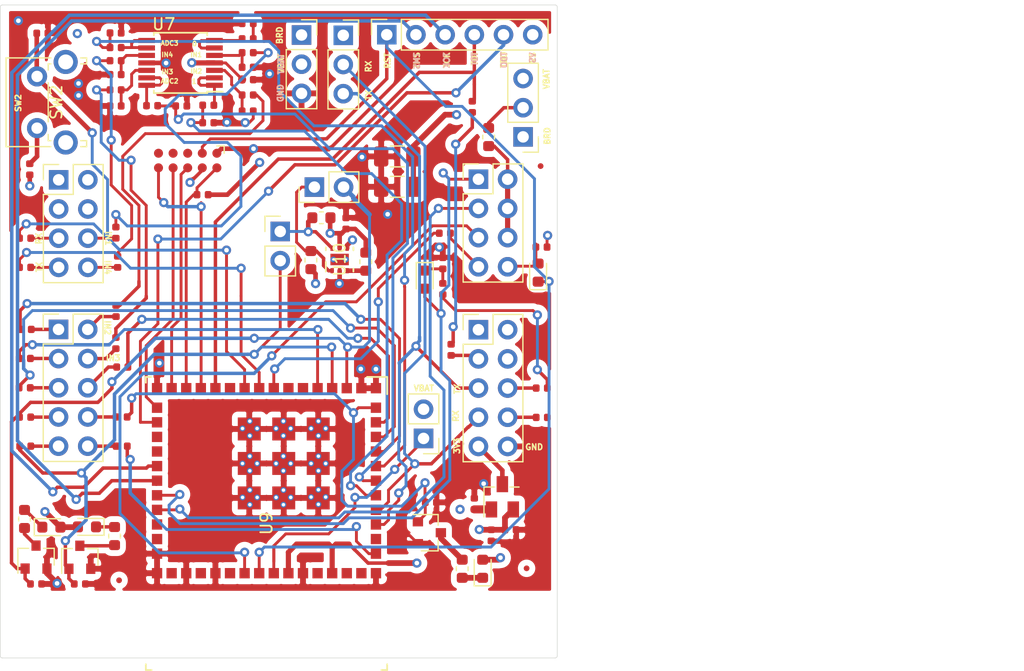
<source format=kicad_pcb>
(kicad_pcb (version 20171130) (host pcbnew 5.1.5-52549c5~84~ubuntu18.04.1)
  (layers (0 F.Cu mixed) (1 P.Cu mixed) (2 G.Cu mixed) (31 B.Cu mixed) (34 B.Paste user) (35 F.Paste user) (36 B.SilkS user) (37 F.SilkS user) (38 B.Mask user) (39 F.Mask user) (44 Edge.Cuts user))
  (net 0 "")
  (net 1 GND)
  (net 2 /P60_GPIO_05)
  (net 3 /LP_GPIO_02)
  (net 4 /P58_GPIO_03)
  (net 5 /P59_GPIO_04)
  (net 6 /ANA_IN1)
  (net 7 /ANA_IN4)
  (net 8 /ANA_IN2)
  (net 9 /ANA_IN3)
  (net 10 /VCC_BRD)
  (net 11 /VBAT_CC)
  (net 12 /P55_GPIO_01)
  (net 13 /P57_GPIO_02)
  (net 14 /P63_GPIO_08)
  (net 15 /P64_GPIO_09)
  (net 16 /P50_GPIO_00)
  (net 17 /P02_GPIO_11)
  (net 18 /P01_GPIO_10)
  (net 19 "Net-(D9-Pad1)")
  (net 20 "Net-(D10-Pad1)")
  (net 21 "Net-(Q4-Pad3)")
  (net 22 /SOP2)
  (net 23 "Net-(D4-Pad1)")
  (net 24 /SOP0)
  (net 25 /SOP1)
  (net 26 /SENS_I2C_SCL)
  (net 27 /SENS_I2C_SDA)
  (net 28 /CC_nRESET)
  (net 29 "Net-(J1-Pad10)")
  (net 30 "Net-(J1-Pad8)")
  (net 31 "Net-(J1-Pad6)")
  (net 32 /P62_GPIO_07)
  (net 33 /P04_GPIO_13)
  (net 34 /P03_GPIO_12)
  (net 35 /LP_RESET_OUT)
  (net 36 /P16_JTAG_TDI)
  (net 37 /P20_JTAG_TMS)
  (net 38 /P19_JTAG_TCK)
  (net 39 /P16_GPIO_23)
  (net 40 /P21_GPIO_25)
  (net 41 /P61_GPIO_06)
  (net 42 /GPIO)
  (net 43 /TX)
  (net 44 /RX)
  (net 45 /P17_JTAG_TDO)
  (net 46 "Net-(J10-Pad1)")
  (net 47 "Net-(Q5-Pad1)")
  (net 48 "Net-(Q6-Pad3)")
  (net 49 "Net-(Q7-Pad3)")
  (net 50 /P08_GPIO_17)
  (net 51 /P05_GPIO_14)
  (net 52 "Net-(R84-Pad1)")
  (net 53 "Net-(R85-Pad2)")
  (net 54 "Net-(R86-Pad1)")
  (net 55 "Net-(R87-Pad1)")
  (net 56 "Net-(R92-Pad1)")
  (net 57 "Net-(R93-Pad1)")
  (net 58 "Net-(R94-Pad1)")
  (net 59 "Net-(R95-Pad1)")
  (net 60 "Net-(R136-Pad2)")
  (net 61 /SPI_MOSI)
  (net 62 /SPI_CLK)
  (net 63 /SPI_CS_IN)
  (net 64 /SPI_MISO)
  (net 65 "Net-(J26-Pad2)")
  (net 66 "Net-(D8-Pad1)")
  (net 67 "Net-(J1-Pad4)")
  (net 68 "Net-(J1-Pad3)")
  (net 69 "Net-(J1-Pad2)")
  (net 70 "Net-(J2-Pad9)")
  (net 71 "Net-(J1-Pad7)")
  (net 72 "Net-(J1-Pad5)")
  (net 73 "Net-(J2-Pad8)")
  (net 74 "Net-(J2-Pad6)")
  (net 75 "Net-(J22-Pad7)")
  (net 76 "Net-(J22-Pad2)")
  (net 77 "Net-(J1-Pad9)")
  (net 78 "Net-(J11-Pad8)")
  (net 79 "Net-(J11-Pad6)")
  (net 80 "Net-(J2-Pad3)")
  (net 81 "Net-(R118-Pad1)")
  (module Resistor_SMD:R_0603_1608Metric (layer F.Cu) (at 118.6942 74.0537 90)
    (fp_text reference R107 hide)
    (fp_text value 270R hide)
    (pad 2 smd roundrect (at 0.7875 0 90) (size 0.875 0.95) (layers F.Cu F.Paste F.Mask) (net 65 "Net-(J26-Pad2)"))
    (pad 1 smd roundrect (at -0.7875 0 90) (size 0.875 0.95) (layers F.Cu F.Paste F.Mask) (net 76 "Net-(J22-Pad2)"))
  )
  (module Resistor_SMD:R_0603_1608Metric (layer F.Cu) (at 108.0008 84.8995 90)
    (fp_text reference R118 hide)
    (fp_text value 4k87 hide)
    (pad 2 smd roundrect (at 0.7875 0 90) (size 0.875 0.95) (layers F.Cu F.Paste F.Mask) (net 10 /VCC_BRD))
    (pad 1 smd roundrect (at -0.7875 0 90) (size 0.875 0.95) (layers F.Cu F.Paste F.Mask) (net 81 "Net-(R118-Pad1)"))
  )
  (module Resistor_SMD:R_0603_1608Metric (layer F.Cu) (at 103.2256 84.7598 90)
    (fp_text reference R117 hide)
    (fp_text value 4k87 hide)
    (pad 2 smd roundrect (at 0.7875 0 90) (size 0.875 0.95) (layers F.Cu F.Paste F.Mask) (net 26 /SENS_I2C_SCL))
    (pad 1 smd roundrect (at -0.7875 0 90) (size 0.875 0.95) (layers F.Cu F.Paste F.Mask) (net 10 /VCC_BRD))
  )
  (module Resistor_SMD:R_0603_1608Metric (layer F.Cu) (at 104.14 81.0768)
    (fp_text reference R116 hide)
    (fp_text value 4k87 hide)
    (pad 2 smd roundrect (at 0.7875 0) (size 0.875 0.95) (layers F.Cu F.Paste F.Mask) (net 10 /VCC_BRD))
    (pad 1 smd roundrect (at -0.7875 0) (size 0.875 0.95) (layers F.Cu F.Paste F.Mask) (net 27 /SENS_I2C_SDA))
  )
  (module TMP116:TMP116AIDRVR (layer F.Cu) (at 105.7275 84.709 90)
    (fp_text reference U10 (at 0 0 90) (layer F.SilkS))
    (fp_text value TMP116AIDRVR hide)
    (pad V thru_hole circle (at 0 0.549999 90) (size 0.499999 0.499999) (drill 0.2032) (layers *.Cu *.Mask))
    (pad V thru_hole circle (at 0 -0.549999 90) (size 0.499999 0.499999) (drill 0.2032) (layers *.Cu *.Mask))
    (pad 7 smd rect (at 0 0 90) (size 1.000001 1.599999) (layers F.Cu F.Paste F.Mask))
    (pad 6 smd rect (at 0.974999 -0.650001 180) (size 0.299999 0.449999) (layers F.Cu F.Paste F.Mask) (net 27 /SENS_I2C_SDA))
    (pad 5 smd rect (at 0.974999 0 180) (size 0.299999 0.449999) (layers F.Cu F.Paste F.Mask) (net 10 /VCC_BRD))
    (pad 4 smd rect (at 0.974999 0.649999 180) (size 0.299999 0.449999) (layers F.Cu F.Paste F.Mask) (net 1 GND))
    (pad 3 smd rect (at -0.974999 0.649999 180) (size 0.299999 0.449999) (layers F.Cu F.Paste F.Mask) (net 81 "Net-(R118-Pad1)"))
    (pad 2 smd rect (at -0.974999 0 180) (size 0.299999 0.449999) (layers F.Cu F.Paste F.Mask) (net 1 GND))
    (pad 1 smd rect (at -0.974999 -0.650001 180) (size 0.299999 0.449999) (layers F.Cu F.Paste F.Mask) (net 26 /SENS_I2C_SCL))
  )
  (module Capacitor_SMD:C_0402_1005Metric (layer F.Cu) (at 106.2863 81.5721 90)
    (fp_text reference C35 hide)
    (fp_text value 0.1uF hide)
    (pad 2 smd roundrect (at 0.485 0 90) (size 0.59 0.64) (layers F.Cu F.Paste F.Mask) (net 1 GND))
    (pad 1 smd roundrect (at -0.485 0 90) (size 0.59 0.64) (layers F.Cu F.Paste F.Mask) (net 10 /VCC_BRD))
  )
  (module Connector_PinHeader_2.54mm:PinHeader_2x04_P2.54mm_Vertical (layer F.Cu) (at 81.28 77.7748)
    (fp_text reference J11 hide)
    (fp_text value Conn_02x04_Odd_Even hide)
    (pad 8 thru_hole oval (at 2.54 7.62) (size 1.7 1.7) (drill 1) (layers *.Cu *.Mask) (net 78 "Net-(J11-Pad8)"))
    (pad 7 thru_hole oval (at 0 7.62) (size 1.7 1.7) (drill 1) (layers *.Cu *.Mask) (net 43 /TX))
    (pad 6 thru_hole oval (at 2.54 5.08) (size 1.7 1.7) (drill 1) (layers *.Cu *.Mask) (net 79 "Net-(J11-Pad6)"))
    (pad 5 thru_hole oval (at 0 5.08) (size 1.7 1.7) (drill 1) (layers *.Cu *.Mask) (net 44 /RX))
    (pad 4 thru_hole oval (at 2.54 2.54) (size 1.7 1.7) (drill 1) (layers *.Cu *.Mask))
    (pad 3 thru_hole oval (at 0 2.54) (size 1.7 1.7) (drill 1) (layers *.Cu *.Mask))
    (pad 2 thru_hole oval (at 2.54 0) (size 1.7 1.7) (drill 1) (layers *.Cu *.Mask))
    (pad 1 thru_hole rect (at 0 0) (size 1.7 1.7) (drill 1) (layers *.Cu *.Mask))
  )
  (module Connector_PinHeader_2.54mm:PinHeader_2x05_P2.54mm_Vertical (layer F.Cu) (at 81.2673 90.7923)
    (fp_text reference J1 hide)
    (fp_text value Conn_02x05_Odd_Even hide)
    (pad 10 thru_hole oval (at 2.54 10.16) (size 1.7 1.7) (drill 1) (layers *.Cu *.Mask) (net 29 "Net-(J1-Pad10)"))
    (pad 9 thru_hole oval (at 0 10.16) (size 1.7 1.7) (drill 1) (layers *.Cu *.Mask) (net 77 "Net-(J1-Pad9)"))
    (pad 8 thru_hole oval (at 2.54 7.62) (size 1.7 1.7) (drill 1) (layers *.Cu *.Mask) (net 30 "Net-(J1-Pad8)"))
    (pad 7 thru_hole oval (at 0 7.62) (size 1.7 1.7) (drill 1) (layers *.Cu *.Mask) (net 71 "Net-(J1-Pad7)"))
    (pad 6 thru_hole oval (at 2.54 5.08) (size 1.7 1.7) (drill 1) (layers *.Cu *.Mask) (net 31 "Net-(J1-Pad6)"))
    (pad 5 thru_hole oval (at 0 5.08) (size 1.7 1.7) (drill 1) (layers *.Cu *.Mask) (net 72 "Net-(J1-Pad5)"))
    (pad 4 thru_hole oval (at 2.54 2.54) (size 1.7 1.7) (drill 1) (layers *.Cu *.Mask) (net 67 "Net-(J1-Pad4)"))
    (pad 3 thru_hole oval (at 0 2.54) (size 1.7 1.7) (drill 1) (layers *.Cu *.Mask) (net 68 "Net-(J1-Pad3)"))
    (pad 2 thru_hole oval (at 2.54 0) (size 1.7 1.7) (drill 1) (layers *.Cu *.Mask) (net 69 "Net-(J1-Pad2)"))
    (pad 1 thru_hole rect (at 0 0) (size 1.7 1.7) (drill 1) (layers *.Cu *.Mask) (net 42 /GPIO))
  )
  (module Connector_PinHeader_2.54mm:PinHeader_2x04_P2.54mm_Vertical (layer F.Cu) (at 117.8052 77.724)
    (fp_text reference J22 hide)
    (fp_text value Conn_02x04_Odd_Even hide)
    (pad 8 thru_hole oval (at 2.54 7.62) (size 1.7 1.7) (drill 1) (layers *.Cu *.Mask) (net 35 /LP_RESET_OUT))
    (pad 7 thru_hole oval (at 0 7.62) (size 1.7 1.7) (drill 1) (layers *.Cu *.Mask) (net 75 "Net-(J22-Pad7)"))
    (pad 6 thru_hole oval (at 2.54 5.08) (size 1.7 1.7) (drill 1) (layers *.Cu *.Mask) (net 76 "Net-(J22-Pad2)"))
    (pad 5 thru_hole oval (at 0 5.08) (size 1.7 1.7) (drill 1) (layers *.Cu *.Mask) (net 24 /SOP0))
    (pad 4 thru_hole oval (at 2.54 2.54) (size 1.7 1.7) (drill 1) (layers *.Cu *.Mask) (net 76 "Net-(J22-Pad2)"))
    (pad 3 thru_hole oval (at 0 2.54) (size 1.7 1.7) (drill 1) (layers *.Cu *.Mask) (net 25 /SOP1))
    (pad 2 thru_hole oval (at 2.54 0) (size 1.7 1.7) (drill 1) (layers *.Cu *.Mask) (net 76 "Net-(J22-Pad2)"))
    (pad 1 thru_hole rect (at 0 0) (size 1.7 1.7) (drill 1) (layers *.Cu *.Mask) (net 22 /SOP2))
  )
  (module Connector_PinHeader_2.54mm:PinHeader_2x05_P2.54mm_Vertical (layer F.Cu) (at 117.8052 90.8177)
    (fp_text reference J2 hide)
    (fp_text value Conn_02x05_Odd_Even hide)
    (pad 10 thru_hole oval (at 2.54 10.16) (size 1.7 1.7) (drill 1) (layers *.Cu *.Mask) (net 1 GND))
    (pad 9 thru_hole oval (at 0 10.16) (size 1.7 1.7) (drill 1) (layers *.Cu *.Mask) (net 70 "Net-(J2-Pad9)"))
    (pad 8 thru_hole oval (at 2.54 7.62) (size 1.7 1.7) (drill 1) (layers *.Cu *.Mask) (net 73 "Net-(J2-Pad8)"))
    (pad 7 thru_hole oval (at 0 7.62) (size 1.7 1.7) (drill 1) (layers *.Cu *.Mask) (net 13 /P57_GPIO_02))
    (pad 6 thru_hole oval (at 2.54 5.08) (size 1.7 1.7) (drill 1) (layers *.Cu *.Mask) (net 74 "Net-(J2-Pad6)"))
    (pad 5 thru_hole oval (at 0 5.08) (size 1.7 1.7) (drill 1) (layers *.Cu *.Mask) (net 12 /P55_GPIO_01))
    (pad 4 thru_hole oval (at 2.54 2.54) (size 1.7 1.7) (drill 1) (layers *.Cu *.Mask))
    (pad 3 thru_hole oval (at 0 2.54) (size 1.7 1.7) (drill 1) (layers *.Cu *.Mask) (net 80 "Net-(J2-Pad3)"))
    (pad 2 thru_hole oval (at 2.54 0) (size 1.7 1.7) (drill 1) (layers *.Cu *.Mask))
    (pad 1 thru_hole rect (at 0 0) (size 1.7 1.7) (drill 1) (layers *.Cu *.Mask))
  )
  (module Connector_PinSocket_2.54mm:PinSocket_1x03_P2.54mm_Vertical (layer F.Cu) (at 102.4128 65.1764)
    (fp_text reference J6 hide)
    (fp_text value Conn_01x03 hide)
    (pad 3 thru_hole oval (at 0 5.08) (size 1.7 1.7) (drill 1) (layers *.Cu *.Mask) (net 1 GND))
    (pad 2 thru_hole oval (at 0 2.54) (size 1.7 1.7) (drill 1) (layers *.Cu *.Mask) (net 11 /VBAT_CC))
    (pad 1 thru_hole rect (at 0 0) (size 1.7 1.7) (drill 1) (layers *.Cu *.Mask) (net 10 /VCC_BRD))
  )
  (module Connector_PinSocket_2.54mm:PinSocket_1x03_P2.54mm_Vertical (layer F.Cu) (at 106.045 65.2018)
    (fp_text reference J5 hide)
    (fp_text value Conn_01x03 hide)
    (pad 3 thru_hole oval (at 0 5.08) (size 1.7 1.7) (drill 1) (layers *.Cu *.Mask) (net 12 /P55_GPIO_01))
    (pad 2 thru_hole oval (at 0 2.54) (size 1.7 1.7) (drill 1) (layers *.Cu *.Mask) (net 13 /P57_GPIO_02))
    (pad 1 thru_hole rect (at 0 0) (size 1.7 1.7) (drill 1) (layers *.Cu *.Mask))
  )
  (module Connector_PinSocket_2.54mm:PinSocket_1x06_P2.54mm_Vertical (layer F.Cu) (at 109.8296 65.151 90)
    (fp_text reference J3 hide)
    (fp_text value Conn_01x06 hide)
    (pad 6 thru_hole oval (at 0 12.7 90) (size 1.7 1.7) (drill 1) (layers *.Cu *.Mask) (net 10 /VCC_BRD))
    (pad 5 thru_hole oval (at 0 10.16 90) (size 1.7 1.7) (drill 1) (layers *.Cu *.Mask) (net 45 /P17_JTAG_TDO))
    (pad 4 thru_hole oval (at 0 7.62 90) (size 1.7 1.7) (drill 1) (layers *.Cu *.Mask) (net 36 /P16_JTAG_TDI))
    (pad 3 thru_hole oval (at 0 5.08 90) (size 1.7 1.7) (drill 1) (layers *.Cu *.Mask) (net 38 /P19_JTAG_TCK))
    (pad 2 thru_hole oval (at 0 2.54 90) (size 1.7 1.7) (drill 1) (layers *.Cu *.Mask) (net 37 /P20_JTAG_TMS))
    (pad 1 thru_hole rect (at 0 0 90) (size 1.7 1.7) (drill 1) (layers *.Cu *.Mask) (net 28 /CC_nRESET))
  )
  (module Resistor_SMD:R_0402_1005Metric (layer F.Cu) (at 93.8022 79.0702)
    (fp_text reference R108 hide)
    (fp_text value 100K hide)
    (pad 2 smd roundrect (at 0.485 0) (size 0.59 0.64) (layers F.Cu F.Paste F.Mask) (net 11 /VBAT_CC))
    (pad 1 smd roundrect (at -0.485 0) (size 0.59 0.64) (layers F.Cu F.Paste F.Mask) (net 63 /SPI_CS_IN))
  )
  (module CC3220MODASF12MONR:CC3220MODASF12MONR (layer F.Cu) (at 99.3648 107.68 270)
    (fp_text reference U9 (at 0 0 90) (layer F.SilkS))
    (fp_text value CC3220MODASF12MONR hide)
    (pad 63 smd rect (at -2.224001 1.5 270) (size 2.000001 2.000001) (layers F.Cu F.Paste F.Mask) (net 1 GND))
    (pad 62 smd rect (at -2.224001 -1.5 270) (size 2.000001 2.000001) (layers F.Cu F.Paste F.Mask) (net 1 GND))
    (pad 61 smd rect (at -2.224001 -4.500001 270) (size 2.000001 2.000001) (layers F.Cu F.Paste F.Mask) (net 1 GND))
    (pad 60 smd rect (at -5.224 1.5 270) (size 2.000001 2.000001) (layers F.Cu F.Paste F.Mask) (net 1 GND))
    (pad 59 smd rect (at -5.224 -1.5 270) (size 2.000001 2.000001) (layers F.Cu F.Paste F.Mask) (net 1 GND))
    (pad 58 smd rect (at -5.224 -4.500001 270) (size 2.000001 2.000001) (layers F.Cu F.Paste F.Mask) (net 1 GND))
    (pad 57 smd rect (at -8.224002 1.5 270) (size 2.000001 2.000001) (layers F.Cu F.Paste F.Mask) (net 1 GND))
    (pad 56 smd rect (at -8.224002 -1.5 270) (size 2.000001 2.000001) (layers F.Cu F.Paste F.Mask) (net 1 GND))
    (pad 55 smd rect (at -8.224002 -4.500001 270) (size 2.000001 2.000001) (layers F.Cu F.Paste F.Mask) (net 1 GND))
    (pad 54 smd rect (at -10.073998 -9.523999) (size 0.900001 0.900001) (layers F.Cu F.Paste F.Mask) (net 15 /P64_GPIO_09))
    (pad 53 smd rect (at -8.803998 -9.523999) (size 0.900001 0.900001) (layers F.Cu F.Paste F.Mask) (net 14 /P63_GPIO_08))
    (pad 52 smd rect (at -7.533998 -9.523999) (size 0.900001 0.900001) (layers F.Cu F.Paste F.Mask) (net 32 /P62_GPIO_07))
    (pad 51 smd rect (at -6.263998 -9.523999) (size 0.900001 0.900001) (layers F.Cu F.Paste F.Mask) (net 41 /P61_GPIO_06))
    (pad 50 smd rect (at -4.993998 -9.523999) (size 0.900001 0.900001) (layers F.Cu F.Paste F.Mask) (net 2 /P60_GPIO_05))
    (pad 49 smd rect (at -3.723998 -9.523999) (size 0.900001 0.900001) (layers F.Cu F.Paste F.Mask) (net 5 /P59_GPIO_04))
    (pad 48 smd rect (at -2.453998 -9.523999) (size 0.900001 0.900001) (layers F.Cu F.Paste F.Mask) (net 4 /P58_GPIO_03))
    (pad 47 smd rect (at -1.183998 -9.523999) (size 0.900001 0.900001) (layers F.Cu F.Paste F.Mask) (net 13 /P57_GPIO_02))
    (pad 46 smd rect (at 0.086002 -9.523999) (size 0.900001 0.900001) (layers F.Cu F.Paste F.Mask) (net 12 /P55_GPIO_01))
    (pad 45 smd rect (at 1.356002 -9.523999) (size 0.900001 0.900001) (layers F.Cu F.Paste F.Mask))
    (pad 44 smd rect (at 2.626002 -9.523999) (size 0.900001 0.900001) (layers F.Cu F.Paste F.Mask) (net 16 /P50_GPIO_00))
    (pad 43 smd rect (at 4.326001 -9.523999 270) (size 0.900001 0.900001) (layers F.Cu F.Paste F.Mask) (net 1 GND))
    (pad 42 smd rect (at 4.326001 -8.255 270) (size 0.900001 0.900001) (layers F.Cu F.Paste F.Mask))
    (pad 41 smd rect (at 4.326001 -6.985 270) (size 0.900001 0.900001) (layers F.Cu F.Paste F.Mask))
    (pad 40 smd rect (at 4.326001 -5.715 270) (size 0.900001 0.900001) (layers F.Cu F.Paste F.Mask) (net 11 /VBAT_CC))
    (pad 39 smd rect (at 4.326001 -4.445 270) (size 0.900001 0.900001) (layers F.Cu F.Paste F.Mask))
    (pad 38 smd rect (at 4.326001 -3.175 270) (size 0.900001 0.900001) (layers F.Cu F.Paste F.Mask) (net 1 GND))
    (pad 37 smd rect (at 4.326001 -1.905 270) (size 0.900001 0.900001) (layers F.Cu F.Paste F.Mask) (net 11 /VBAT_CC))
    (pad 36 smd rect (at 4.326001 -0.635 270) (size 0.900001 0.900001) (layers F.Cu F.Paste F.Mask) (net 46 "Net-(J10-Pad1)"))
    (pad 35 smd rect (at 4.326001 0.635 270) (size 0.900001 0.900001) (layers F.Cu F.Paste F.Mask) (net 28 /CC_nRESET))
    (pad 34 smd rect (at 4.326001 1.905 270) (size 0.900001 0.900001) (layers F.Cu F.Paste F.Mask) (net 24 /SOP0))
    (pad 33 smd rect (at 4.326001 3.175 270) (size 0.900001 0.900001) (layers F.Cu F.Paste F.Mask))
    (pad 32 smd rect (at 4.326001 4.445 270) (size 0.900001 0.900001) (layers F.Cu F.Paste F.Mask) (net 1 GND))
    (pad 31 smd rect (at 4.326001 5.715 270) (size 0.900001 0.900001) (layers F.Cu F.Paste F.Mask))
    (pad 30 smd rect (at 4.326001 6.985 270) (size 0.900001 0.900001) (layers F.Cu F.Paste F.Mask) (net 1 GND))
    (pad 29 smd rect (at 4.326001 8.255 270) (size 0.900001 0.900001) (layers F.Cu F.Paste F.Mask))
    (pad 28 smd rect (at 4.326001 9.523999 270) (size 0.900001 0.900001) (layers F.Cu F.Paste F.Mask) (net 1 GND))
    (pad 27 smd rect (at 2.626002 9.523999) (size 0.900001 0.900001) (layers F.Cu F.Paste F.Mask) (net 1 GND))
    (pad 26 smd rect (at 1.356002 9.523999) (size 0.900001 0.900001) (layers F.Cu F.Paste F.Mask))
    (pad 25 smd rect (at 0.086002 9.523999) (size 0.900001 0.900001) (layers F.Cu F.Paste F.Mask))
    (pad 24 smd rect (at -1.183998 9.523999) (size 0.900001 0.900001) (layers F.Cu F.Paste F.Mask) (net 25 /SOP1))
    (pad 23 smd rect (at -2.453998 9.523999) (size 0.900001 0.900001) (layers F.Cu F.Paste F.Mask) (net 22 /SOP2))
    (pad 22 smd rect (at -3.723998 9.523999) (size 0.900001 0.900001) (layers F.Cu F.Paste F.Mask) (net 37 /P20_JTAG_TMS))
    (pad 21 smd rect (at -4.993998 9.523999) (size 0.900001 0.900001) (layers F.Cu F.Paste F.Mask) (net 38 /P19_JTAG_TCK))
    (pad 20 smd rect (at -6.263998 9.523999) (size 0.900001 0.900001) (layers F.Cu F.Paste F.Mask))
    (pad 19 smd rect (at -7.533998 9.523999) (size 0.900001 0.900001) (layers F.Cu F.Paste F.Mask))
    (pad 18 smd rect (at -8.803998 9.523999) (size 0.900001 0.900001) (layers F.Cu F.Paste F.Mask) (net 45 /P17_JTAG_TDO))
    (pad 17 smd rect (at -10.073998 9.523999) (size 0.900001 0.900001) (layers F.Cu F.Paste F.Mask) (net 61 /SPI_MOSI))
    (pad 16 smd rect (at -11.774 9.523999 270) (size 0.900001 0.900001) (layers F.Cu F.Paste F.Mask) (net 1 GND))
    (pad 15 smd rect (at -11.774 8.255 270) (size 0.900001 0.900001) (layers F.Cu F.Paste F.Mask) (net 62 /SPI_CLK))
    (pad 14 smd rect (at -11.774 6.985 270) (size 0.900001 0.900001) (layers F.Cu F.Paste F.Mask) (net 63 /SPI_CS_IN))
    (pad 13 smd rect (at -11.774 5.715 270) (size 0.900001 0.900001) (layers F.Cu F.Paste F.Mask) (net 64 /SPI_MISO))
    (pad 12 smd rect (at -11.774 4.445 270) (size 0.900001 0.900001) (layers F.Cu F.Paste F.Mask) (net 36 /P16_JTAG_TDI))
    (pad 11 smd rect (at -11.774 3.175 270) (size 0.900001 0.900001) (layers F.Cu F.Paste F.Mask))
    (pad 10 smd rect (at -11.774 1.905 270) (size 0.900001 0.900001) (layers F.Cu F.Paste F.Mask) (net 33 /P04_GPIO_13))
    (pad 9 smd rect (at -11.774 0.635 270) (size 0.900001 0.900001) (layers F.Cu F.Paste F.Mask) (net 34 /P03_GPIO_12))
    (pad 8 smd rect (at -11.774 -0.635 270) (size 0.900001 0.900001) (layers F.Cu F.Paste F.Mask) (net 50 /P08_GPIO_17))
    (pad 7 smd rect (at -11.774 -1.905 270) (size 0.900001 0.900001) (layers F.Cu F.Paste F.Mask))
    (pad 6 smd rect (at -11.774 -3.175 270) (size 0.900001 0.900001) (layers F.Cu F.Paste F.Mask))
    (pad 5 smd rect (at -11.774 -4.445 270) (size 0.900001 0.900001) (layers F.Cu F.Paste F.Mask) (net 51 /P05_GPIO_14))
    (pad 4 smd rect (at -11.774 -5.715 270) (size 0.900001 0.900001) (layers F.Cu F.Paste F.Mask) (net 17 /P02_GPIO_11))
    (pad 3 smd rect (at -11.774 -6.985 270) (size 0.900001 0.900001) (layers F.Cu F.Paste F.Mask) (net 18 /P01_GPIO_10))
    (pad 2 smd rect (at -11.774 -8.255 270) (size 0.900001 0.900001) (layers F.Cu F.Paste F.Mask) (net 1 GND))
    (pad 1 smd rect (at -11.774 -9.523999 270) (size 0.900001 0.900001) (layers F.Cu F.Paste F.Mask) (net 1 GND))
  )
  (module Resistor_SMD:R_0402_1005Metric (layer F.Cu) (at 86.7664 100.9523)
    (fp_text reference R74 hide)
    (fp_text value 0 hide)
    (pad 2 smd roundrect (at 0.485 0) (size 0.59 0.64) (layers F.Cu F.Paste F.Mask) (net 16 /P50_GPIO_00))
    (pad 1 smd roundrect (at -0.485 0) (size 0.59 0.64) (layers F.Cu F.Paste F.Mask) (net 29 "Net-(J1-Pad10)"))
  )
  (module Capacitor_SMD:C_1206_3216Metric (layer F.Cu) (at 110.744 75.7428)
    (fp_text reference C42 hide)
    (fp_text value 100uF hide)
    (pad 2 smd roundrect (at 1.4 0) (size 1.25 1.75) (layers F.Cu F.Paste F.Mask) (roundrect_rratio 0.2) (net 11 /VBAT_CC))
    (pad 1 smd roundrect (at -1.4 0) (size 1.25 1.75) (layers F.Cu F.Paste F.Mask) (roundrect_rratio 0.2) (net 1 GND))
  )
  (module Capacitor_SMD:C_1206_3216Metric (layer F.Cu) (at 110.744 78.3844)
    (fp_text reference C41 hide)
    (fp_text value 100uF hide)
    (pad 2 smd roundrect (at 1.4 0) (size 1.25 1.75) (layers F.Cu F.Paste F.Mask) (roundrect_rratio 0.2) (net 11 /VBAT_CC))
    (pad 1 smd roundrect (at -1.4 0) (size 1.25 1.75) (layers F.Cu F.Paste F.Mask) (roundrect_rratio 0.2) (net 1 GND))
  )
  (module Resistor_SMD:R_0402_1005Metric (layer F.Cu) (at 78.3336 93.3196 180)
    (fp_text reference R65 hide)
    (fp_text value 0 hide)
    (pad 2 smd roundrect (at 0.485 0 180) (size 0.59 0.64) (layers F.Cu F.Paste F.Mask) (net 51 /P05_GPIO_14))
    (pad 1 smd roundrect (at -0.485 0 180) (size 0.59 0.64) (layers F.Cu F.Paste F.Mask) (net 68 "Net-(J1-Pad3)"))
  )
  (module Resistor_SMD:R_0402_1005Metric (layer F.Cu) (at 114.8842 82.423 180)
    (fp_text reference R44 hide)
    (fp_text value 0 hide)
    (pad 2 smd roundrect (at 0.485 0 180) (size 0.59 0.64) (layers F.Cu F.Paste F.Mask) (net 50 /P08_GPIO_17))
    (pad 1 smd roundrect (at -0.485 0 180) (size 0.59 0.64) (layers F.Cu F.Paste F.Mask) (net 75 "Net-(J22-Pad7)"))
  )
  (module Connector_PinHeader_2.54mm:PinHeader_1x02_P2.54mm_Vertical (layer F.Cu) (at 113.03 100.2792 180)
    (fp_text reference J10 hide)
    (fp_text value Conn_01x02 hide)
    (pad 2 thru_hole oval (at 0 2.54 180) (size 1.7 1.7) (drill 1) (layers *.Cu *.Mask) (net 11 /VBAT_CC))
    (pad 1 thru_hole rect (at 0 0 180) (size 1.7 1.7) (drill 1) (layers *.Cu *.Mask) (net 46 "Net-(J10-Pad1)"))
  )
  (module Fiducial:Fiducial_0.5mm_Mask1mm (layer F.Cu) (at 121.9962 111.5822)
    (fp_text reference FID3 hide)
    (fp_text value Fiducial hide)
    (pad "" smd circle (at 0 0) (size 0.5 0.5) (layers F.Cu F.Mask) (clearance 0.25))
  )
  (module Fiducial:Fiducial_0.5mm_Mask1mm (layer F.Cu) (at 86.5378 112.6236)
    (fp_text reference FID2 hide)
    (fp_text value Fiducial hide)
    (pad "" smd circle (at 0 0) (size 0.5 0.5) (layers F.Cu F.Mask) (clearance 0.25))
  )
  (module Fiducial:Fiducial_0.5mm_Mask1mm (layer F.Cu) (at 123.2154 76.581)
    (fp_text reference FID1 hide)
    (fp_text value Fiducial hide)
    (pad "" smd circle (at 0 0) (size 0.5 0.5) (layers F.Cu F.Mask) (clearance 0.25))
  )
  (module Resistor_SMD:R_0402_1005Metric (layer F.Cu) (at 78.359 98.425 180)
    (fp_text reference R71 hide)
    (fp_text value 0 hide)
    (pad 2 smd roundrect (at 0.485 0 180) (size 0.59 0.64) (layers F.Cu F.Paste F.Mask) (net 18 /P01_GPIO_10))
    (pad 1 smd roundrect (at -0.485 0 180) (size 0.59 0.64) (layers F.Cu F.Paste F.Mask) (net 71 "Net-(J1-Pad7)"))
  )
  (module Resistor_SMD:R_0402_1005Metric (layer F.Cu) (at 78.3717 100.9523 180)
    (fp_text reference R73 hide)
    (fp_text value 0 hide)
    (pad 2 smd roundrect (at 0.485 0 180) (size 0.59 0.64) (layers F.Cu F.Paste F.Mask) (net 17 /P02_GPIO_11))
    (pad 1 smd roundrect (at -0.485 0 180) (size 0.59 0.64) (layers F.Cu F.Paste F.Mask) (net 77 "Net-(J1-Pad9)"))
  )
  (module Resistor_SMD:R_0402_1005Metric (layer F.Cu) (at 78.4098 90.7923 180)
    (fp_text reference R57 hide)
    (fp_text value 0 hide)
    (pad 2 smd roundrect (at 0.485 0 180) (size 0.59 0.64) (layers F.Cu F.Paste F.Mask) (net 41 /P61_GPIO_06))
    (pad 1 smd roundrect (at -0.485 0 180) (size 0.59 0.64) (layers F.Cu F.Paste F.Mask) (net 42 /GPIO))
  )
  (module Resistor_SMD:R_0402_1005Metric (layer F.Cu) (at 123.317 95.8977 180)
    (fp_text reference R60 hide)
    (fp_text value 0 hide)
    (pad 2 smd roundrect (at 0.485 0 180) (size 0.59 0.64) (layers F.Cu F.Paste F.Mask) (net 74 "Net-(J2-Pad6)"))
    (pad 1 smd roundrect (at -0.485 0 180) (size 0.59 0.64) (layers F.Cu F.Paste F.Mask) (net 40 /P21_GPIO_25))
  )
  (module Resistor_SMD:R_0402_1005Metric (layer F.Cu) (at 115.4303 92.5703 90)
    (fp_text reference R63 hide)
    (fp_text value 0 hide)
    (pad 2 smd roundrect (at 0.485 0 90) (size 0.59 0.64) (layers F.Cu F.Paste F.Mask) (net 39 /P16_GPIO_23))
    (pad 1 smd roundrect (at -0.485 0 90) (size 0.59 0.64) (layers F.Cu F.Paste F.Mask) (net 80 "Net-(J2-Pad3)"))
  )
  (module Resistor_SMD:R_0402_1005Metric (layer F.Cu) (at 117.2718 71.4248 270)
    (fp_text reference R105 hide)
    (fp_text value 0 hide)
    (pad 2 smd roundrect (at 0.485 0 270) (size 0.59 0.64) (layers F.Cu F.Paste F.Mask) (net 39 /P16_GPIO_23))
    (pad 1 smd roundrect (at -0.485 0 270) (size 0.59 0.64) (layers F.Cu F.Paste F.Mask) (net 36 /P16_JTAG_TDI))
  )
  (module Resistor_SMD:R_0402_1005Metric (layer F.Cu) (at 123.2916 83.6295 180)
    (fp_text reference R134 hide)
    (fp_text value 100K hide)
    (pad 2 smd roundrect (at 0.485 0 180) (size 0.59 0.64) (layers F.Cu F.Paste F.Mask) (net 35 /LP_RESET_OUT))
    (pad 1 smd roundrect (at -0.485 0 180) (size 0.59 0.64) (layers F.Cu F.Paste F.Mask) (net 10 /VCC_BRD))
  )
  (module Diode_SMD:D_0603_1608Metric (layer F.Cu) (at 122.9995 85.852 90)
    (fp_text reference D5 hide)
    (fp_text value D_Schottky hide)
    (pad 2 smd roundrect (at 0.7875 0 90) (size 0.875 0.95) (layers F.Cu F.Paste F.Mask) (net 35 /LP_RESET_OUT))
    (pad 1 smd roundrect (at -0.7875 0 90) (size 0.875 0.95) (layers F.Cu F.Paste F.Mask) (net 28 /CC_nRESET))
  )
  (module Resistor_SMD:R_0402_1005Metric (layer F.Cu) (at 123.317 98.4504 180)
    (fp_text reference R64 hide)
    (fp_text value 0 hide)
    (pad 2 smd roundrect (at 0.485 0 180) (size 0.59 0.64) (layers F.Cu F.Paste F.Mask) (net 73 "Net-(J2-Pad8)"))
    (pad 1 smd roundrect (at -0.485 0 180) (size 0.59 0.64) (layers F.Cu F.Paste F.Mask))
  )
  (module Resistor_SMD:R_0402_1005Metric (layer F.Cu) (at 78.3209 95.8723 180)
    (fp_text reference R69 hide)
    (fp_text value 0 hide)
    (pad 2 smd roundrect (at 0.485 0 180) (size 0.59 0.64) (layers F.Cu F.Paste F.Mask) (net 32 /P62_GPIO_07))
    (pad 1 smd roundrect (at -0.485 0 180) (size 0.59 0.64) (layers F.Cu F.Paste F.Mask) (net 72 "Net-(J1-Pad5)"))
  )
  (module Capacitor_SMD:C_0402_1005Metric (layer F.Cu) (at 97.7265 69.0626 180)
    (fp_text reference C26 hide)
    (fp_text value 0.01uF hide)
    (pad 2 smd roundrect (at 0.485 0 180) (size 0.59 0.64) (layers F.Cu F.Paste F.Mask) (net 10 /VCC_BRD))
    (pad 1 smd roundrect (at -0.485 0 180) (size 0.59 0.64) (layers F.Cu F.Paste F.Mask) (net 1 GND))
  )
  (module Resistor_SMD:R_0402_1005Metric (layer F.Cu) (at 78.359 85.3948 180)
    (fp_text reference R53 hide)
    (fp_text value 0 hide)
    (pad 2 smd roundrect (at 0.485 0 180) (size 0.59 0.64) (layers F.Cu F.Paste F.Mask) (net 34 /P03_GPIO_12))
    (pad 1 smd roundrect (at -0.485 0 180) (size 0.59 0.64) (layers F.Cu F.Paste F.Mask) (net 43 /TX))
  )
  (module Resistor_SMD:R_0402_1005Metric (layer F.Cu) (at 78.359 82.8548 180)
    (fp_text reference R49 hide)
    (fp_text value 0 hide)
    (pad 2 smd roundrect (at 0.485 0 180) (size 0.59 0.64) (layers F.Cu F.Paste F.Mask) (net 33 /P04_GPIO_13))
    (pad 1 smd roundrect (at -0.485 0 180) (size 0.59 0.64) (layers F.Cu F.Paste F.Mask) (net 44 /RX))
  )
  (module pwrcon:Tag-Connect_TC2050-IDC-NL_2x05_P1.27mm_Vertical_CC_SMD (layer F.Cu) (at 92.5068 76.0984 180)
    (fp_text reference J13 hide)
    (fp_text value Conn_02x05_Counter_Clockwise hide)
    (pad 10 smd circle (at -2.54 -0.635 180) (size 0.7874 0.7874) (layers F.Cu F.Paste F.Mask) (net 63 /SPI_CS_IN))
    (pad 9 smd circle (at -1.27 -0.635 180) (size 0.7874 0.7874) (layers F.Cu F.Paste F.Mask) (net 1 GND))
    (pad 8 smd circle (at 0 -0.635 180) (size 0.7874 0.7874) (layers F.Cu F.Paste F.Mask) (net 62 /SPI_CLK))
    (pad 7 smd circle (at 1.27 -0.635 180) (size 0.7874 0.7874) (layers F.Cu F.Paste F.Mask) (net 61 /SPI_MOSI))
    (pad 6 smd circle (at 2.54 -0.635 180) (size 0.7874 0.7874) (layers F.Cu F.Paste F.Mask) (net 64 /SPI_MISO))
    (pad 5 smd circle (at 2.54 0.635 180) (size 0.7874 0.7874) (layers F.Cu F.Paste F.Mask))
    (pad 4 smd circle (at 1.27 0.635 180) (size 0.7874 0.7874) (layers F.Cu F.Paste F.Mask))
    (pad 3 smd circle (at 0 0.635 180) (size 0.7874 0.7874) (layers F.Cu F.Paste F.Mask))
    (pad 2 smd circle (at -1.27 0.635 180) (size 0.7874 0.7874) (layers F.Cu F.Paste F.Mask) (net 28 /CC_nRESET))
    (pad 1 smd circle (at -2.54 0.635 180) (size 0.7874 0.7874) (layers F.Cu F.Paste F.Mask) (net 1 GND))
    (pad "" np_thru_hole circle (at -3.81 0 180) (size 0.9906 0.9906) (drill 0.9906) (layers *.Cu *.Mask))
    (pad "" np_thru_hole circle (at 3.81 1.016 180) (size 0.9906 0.9906) (drill 0.9906) (layers *.Cu *.Mask))
    (pad "" np_thru_hole circle (at 3.81 -1.016 180) (size 0.9906 0.9906) (drill 0.9906) (layers *.Cu *.Mask))
  )
  (module Package_TO_SOT_SMD:SuperSOT-3 (layer F.Cu) (at 119.888 105.3592 90)
    (fp_text reference Q5 hide)
    (fp_text value FDN358P hide)
    (pad 3 smd rect (at 1.1 0 90) (size 1.4 1) (layers F.Cu F.Paste F.Mask) (net 70 "Net-(J2-Pad9)"))
    (pad 2 smd rect (at -1.1 0.95 90) (size 1.4 1) (layers F.Cu F.Paste F.Mask) (net 11 /VBAT_CC))
    (pad 1 smd rect (at -1.1 -0.95 90) (size 1.4 1) (layers F.Cu F.Paste F.Mask) (net 47 "Net-(Q5-Pad1)"))
  )
  (module Connector_PinHeader_2.54mm:PinHeader_1x02_P2.54mm_Vertical (layer F.Cu) (at 100.5586 82.2706)
    (fp_text reference J15 hide)
    (fp_text value Conn_01x02 hide)
    (pad 2 thru_hole oval (at 0 2.54) (size 1.7 1.7) (drill 1) (layers *.Cu *.Mask) (net 17 /P02_GPIO_11))
    (pad 1 thru_hole rect (at 0 0) (size 1.7 1.7) (drill 1) (layers *.Cu *.Mask) (net 27 /SENS_I2C_SDA))
  )
  (module Connector_PinHeader_2.54mm:PinHeader_1x02_P2.54mm_Vertical (layer F.Cu) (at 103.5304 78.4098 90)
    (fp_text reference J14 hide)
    (fp_text value Conn_01x02 hide)
    (pad 2 thru_hole oval (at 0 2.54 90) (size 1.7 1.7) (drill 1) (layers *.Cu *.Mask) (net 18 /P01_GPIO_10))
    (pad 1 thru_hole rect (at 0 0 90) (size 1.7 1.7) (drill 1) (layers *.Cu *.Mask) (net 26 /SENS_I2C_SCL))
  )
  (module Resistor_SMD:R_0402_1005Metric (layer F.Cu) (at 114.7064 85.0392 270)
    (fp_text reference R113 hide)
    (fp_text value 10K hide)
    (pad 2 smd roundrect (at 0.485 0 270) (size 0.59 0.64) (layers F.Cu F.Paste F.Mask) (net 23 "Net-(D4-Pad1)"))
    (pad 1 smd roundrect (at -0.485 0 270) (size 0.59 0.64) (layers F.Cu F.Paste F.Mask) (net 1 GND))
  )
  (module Resistor_SMD:R_0402_1005Metric (layer F.Cu) (at 114.7064 87.2744 90)
    (fp_text reference R109 hide)
    (fp_text value 2.2K hide)
    (pad 2 smd roundrect (at 0.485 0 90) (size 0.59 0.64) (layers F.Cu F.Paste F.Mask) (net 23 "Net-(D4-Pad1)"))
    (pad 1 smd roundrect (at -0.485 0 90) (size 0.59 0.64) (layers F.Cu F.Paste F.Mask) (net 40 /P21_GPIO_25))
  )
  (module Diode_SMD:D_0603_1608Metric (layer F.Cu) (at 113.1316 86.4616 270)
    (fp_text reference D4 hide)
    (fp_text value D_Schottky hide)
    (pad 2 smd roundrect (at 0.7875 0 270) (size 0.875 0.95) (layers F.Cu F.Paste F.Mask) (net 22 /SOP2))
    (pad 1 smd roundrect (at -0.7875 0 270) (size 0.875 0.95) (layers F.Cu F.Paste F.Mask) (net 23 "Net-(D4-Pad1)"))
  )
  (module Button_Switch_THT:SW_Tactile_SPST_Angled_PTS645Vx31-2LFS (layer F.Cu) (at 79.4004 73.279 90)
    (fp_text reference SW2 (at 2.25 1.68 90) (layer F.SilkS))
    (fp_text value SW_DIP_x01 hide)
    (pad "" thru_hole circle (at -1.25 2.49 90) (size 2.1 2.1) (drill 1.3) (layers *.Cu *.Mask))
    (pad 1 thru_hole circle (at 0 0 90) (size 1.75 1.75) (drill 0.99) (layers *.Cu *.Mask) (net 60 "Net-(R136-Pad2)"))
    (pad 2 thru_hole circle (at 4.5 0 90) (size 1.75 1.75) (drill 0.99) (layers *.Cu *.Mask) (net 33 /P04_GPIO_13))
    (pad "" thru_hole circle (at 5.76 2.49 90) (size 2.1 2.1) (drill 1.3) (layers *.Cu *.Mask))
  )
  (module Resistor_SMD:R_0402_1005Metric (layer F.Cu) (at 79.8576 65.024)
    (fp_text reference R139 hide)
    (fp_text value 10K hide)
    (pad 2 smd roundrect (at 0.485 0) (size 0.59 0.64) (layers F.Cu F.Paste F.Mask) (net 1 GND))
    (pad 1 smd roundrect (at -0.485 0) (size 0.59 0.64) (layers F.Cu F.Paste F.Mask) (net 33 /P04_GPIO_13))
  )
  (module Resistor_SMD:R_0402_1005Metric (layer F.Cu) (at 78.7654 76.8604 90)
    (fp_text reference R136 hide)
    (fp_text value 1K hide)
    (pad 2 smd roundrect (at 0.485 0 90) (size 0.59 0.64) (layers F.Cu F.Paste F.Mask) (net 60 "Net-(R136-Pad2)"))
    (pad 1 smd roundrect (at -0.485 0 90) (size 0.59 0.64) (layers F.Cu F.Paste F.Mask) (net 10 /VCC_BRD))
  )
  (module Resistor_SMD:R_0402_1005Metric (layer F.Cu) (at 79.3115 112.9411)
    (fp_text reference R150 hide)
    (fp_text value 100K hide)
    (pad 2 smd roundrect (at 0.485 0) (size 0.59 0.64) (layers F.Cu F.Paste F.Mask) (net 1 GND))
    (pad 1 smd roundrect (at -0.485 0) (size 0.59 0.64) (layers F.Cu F.Paste F.Mask) (net 18 /P01_GPIO_10))
  )
  (module Resistor_SMD:R_0402_1005Metric (layer F.Cu) (at 83.1215 112.9411)
    (fp_text reference R149 hide)
    (fp_text value 100K hide)
    (pad 2 smd roundrect (at 0.485 0) (size 0.59 0.64) (layers F.Cu F.Paste F.Mask) (net 1 GND))
    (pad 1 smd roundrect (at -0.485 0) (size 0.59 0.64) (layers F.Cu F.Paste F.Mask) (net 17 /P02_GPIO_11))
  )
  (module Resistor_SMD:R_0603_1608Metric (layer F.Cu) (at 116.3955 111.6203 90)
    (fp_text reference R147 hide)
    (fp_text value 270R hide)
    (pad 2 smd roundrect (at 0.7875 0 90) (size 0.875 0.95) (layers F.Cu F.Paste F.Mask) (net 49 "Net-(Q7-Pad3)"))
    (pad 1 smd roundrect (at -0.7875 0 90) (size 0.875 0.95) (layers F.Cu F.Paste F.Mask) (net 20 "Net-(D10-Pad1)"))
  )
  (module Resistor_SMD:R_0603_1608Metric (layer F.Cu) (at 86.1441 108.7755 270)
    (fp_text reference R146 hide)
    (fp_text value 270R hide)
    (pad 2 smd roundrect (at 0.7875 0 270) (size 0.875 0.95) (layers F.Cu F.Paste F.Mask) (net 21 "Net-(Q4-Pad3)"))
    (pad 1 smd roundrect (at -0.7875 0 270) (size 0.875 0.95) (layers F.Cu F.Paste F.Mask) (net 66 "Net-(D8-Pad1)"))
  )
  (module Resistor_SMD:R_0603_1608Metric (layer F.Cu) (at 78.3082 107.2896 270)
    (fp_text reference R145 hide)
    (fp_text value 270R hide)
    (pad 2 smd roundrect (at 0.7875 0 270) (size 0.875 0.95) (layers F.Cu F.Paste F.Mask) (net 48 "Net-(Q6-Pad3)"))
    (pad 1 smd roundrect (at -0.7875 0 270) (size 0.875 0.95) (layers F.Cu F.Paste F.Mask) (net 19 "Net-(D9-Pad1)"))
  )
  (module Resistor_SMD:R_0402_1005Metric (layer F.Cu) (at 113.665 105.8418)
    (fp_text reference R151 hide)
    (fp_text value 100K hide)
    (pad 2 smd roundrect (at 0.485 0) (size 0.59 0.64) (layers F.Cu F.Paste F.Mask) (net 1 GND))
    (pad 1 smd roundrect (at -0.485 0) (size 0.59 0.64) (layers F.Cu F.Paste F.Mask) (net 15 /P64_GPIO_09))
  )
  (module Package_TO_SOT_SMD:SOT-23 (layer F.Cu) (at 113.538 108.4834)
    (fp_text reference Q7 hide)
    (fp_text value BSS138 hide)
    (pad 3 smd rect (at 1 0) (size 0.9 0.8) (layers F.Cu F.Paste F.Mask) (net 49 "Net-(Q7-Pad3)"))
    (pad 2 smd rect (at -1 0.95) (size 0.9 0.8) (layers F.Cu F.Paste F.Mask) (net 1 GND))
    (pad 1 smd rect (at -1 -0.95) (size 0.9 0.8) (layers F.Cu F.Paste F.Mask) (net 15 /P64_GPIO_09))
  )
  (module Package_TO_SOT_SMD:SOT-23 (layer F.Cu) (at 79.3115 110.6043 90)
    (fp_text reference Q6 hide)
    (fp_text value BSS138 hide)
    (pad 3 smd rect (at 1 0 90) (size 0.9 0.8) (layers F.Cu F.Paste F.Mask) (net 48 "Net-(Q6-Pad3)"))
    (pad 2 smd rect (at -1 0.95 90) (size 0.9 0.8) (layers F.Cu F.Paste F.Mask) (net 1 GND))
    (pad 1 smd rect (at -1 -0.95 90) (size 0.9 0.8) (layers F.Cu F.Paste F.Mask) (net 18 /P01_GPIO_10))
  )
  (module Package_TO_SOT_SMD:SOT-23 (layer F.Cu) (at 83.1215 110.6203 90)
    (fp_text reference Q4 hide)
    (fp_text value BSS138 hide)
    (pad 3 smd rect (at 1 0 90) (size 0.9 0.8) (layers F.Cu F.Paste F.Mask) (net 21 "Net-(Q4-Pad3)"))
    (pad 2 smd rect (at -1 0.95 90) (size 0.9 0.8) (layers F.Cu F.Paste F.Mask) (net 1 GND))
    (pad 1 smd rect (at -1 -0.95 90) (size 0.9 0.8) (layers F.Cu F.Paste F.Mask) (net 17 /P02_GPIO_11))
  )
  (module LED_SMD:LED_0603_1608Metric (layer F.Cu) (at 118.1735 111.6203 90)
    (fp_text reference D10 hide)
    (fp_text value "RED LED" hide)
    (pad 2 smd roundrect (at 0.7875 0 90) (size 0.875 0.95) (layers F.Cu F.Paste F.Mask) (net 10 /VCC_BRD))
    (pad 1 smd roundrect (at -0.7875 0 90) (size 0.875 0.95) (layers F.Cu F.Paste F.Mask) (net 20 "Net-(D10-Pad1)"))
  )
  (module LED_SMD:LED_0603_1608Metric (layer F.Cu) (at 80.645 108.0008)
    (fp_text reference D9 hide)
    (fp_text value "YELLOW LED" hide)
    (pad 2 smd roundrect (at 0.7875 0) (size 0.875 0.95) (layers F.Cu F.Paste F.Mask) (net 10 /VCC_BRD))
    (pad 1 smd roundrect (at -0.7875 0) (size 0.875 0.95) (layers F.Cu F.Paste F.Mask) (net 19 "Net-(D9-Pad1)"))
  )
  (module LED_SMD:LED_0603_1608Metric (layer F.Cu) (at 83.7438 107.9754 180)
    (fp_text reference D8 hide)
    (fp_text value "GREEN LED" hide)
    (pad 2 smd roundrect (at 0.7875 0 180) (size 0.875 0.95) (layers F.Cu F.Paste F.Mask) (net 10 /VCC_BRD))
    (pad 1 smd roundrect (at -0.7875 0 180) (size 0.875 0.95) (layers F.Cu F.Paste F.Mask) (net 66 "Net-(D8-Pad1)"))
  )
  (module Resistor_SMD:R_0402_1005Metric (layer F.Cu) (at 117.4496 105.9688 270)
    (fp_text reference R152 hide)
    (fp_text value 0 hide)
    (pad 2 smd roundrect (at 0.485 0 270) (size 0.59 0.64) (layers F.Cu F.Paste F.Mask) (net 47 "Net-(Q5-Pad1)"))
    (pad 1 smd roundrect (at -0.485 0 270) (size 0.59 0.64) (layers F.Cu F.Paste F.Mask) (net 1 GND))
  )
  (module Resistor_SMD:R_0402_1005Metric (layer F.Cu) (at 86.7537 98.4123)
    (fp_text reference R72 hide)
    (fp_text value 0 hide)
    (pad 2 smd roundrect (at 0.485 0) (size 0.59 0.64) (layers F.Cu F.Paste F.Mask) (net 15 /P64_GPIO_09))
    (pad 1 smd roundrect (at -0.485 0) (size 0.59 0.64) (layers F.Cu F.Paste F.Mask) (net 30 "Net-(J1-Pad8)"))
  )
  (module Resistor_SMD:R_0402_1005Metric (layer F.Cu) (at 86.8172 94.0689)
    (fp_text reference R66 hide)
    (fp_text value 0 hide)
    (pad 2 smd roundrect (at 0.485 0) (size 0.59 0.64) (layers F.Cu F.Paste F.Mask) (net 14 /P63_GPIO_08))
    (pad 1 smd roundrect (at -0.485 0) (size 0.59 0.64) (layers F.Cu F.Paste F.Mask) (net 31 "Net-(J1-Pad6)"))
  )
  (module Connector_PinHeader_2.54mm:PinHeader_1x03_P2.54mm_Vertical (layer F.Cu) (at 121.6914 74.041 180)
    (fp_text reference J26 hide)
    (fp_text value Conn_01x03 hide)
    (pad 3 thru_hole oval (at 0 5.08 180) (size 1.7 1.7) (drill 1) (layers *.Cu *.Mask) (net 11 /VBAT_CC))
    (pad 2 thru_hole oval (at 0 2.54 180) (size 1.7 1.7) (drill 1) (layers *.Cu *.Mask) (net 65 "Net-(J26-Pad2)"))
    (pad 1 thru_hole rect (at 0 0 180) (size 1.7 1.7) (drill 1) (layers *.Cu *.Mask) (net 10 /VCC_BRD))
  )
  (module Resistor_SMD:R_0402_1005Metric (layer F.Cu) (at 86.233 71.3486)
    (fp_text reference R97 hide)
    (fp_text value 422K hide)
    (pad 2 smd roundrect (at 0.485 0) (size 0.59 0.64) (layers F.Cu F.Paste F.Mask) (net 59 "Net-(R95-Pad1)"))
    (pad 1 smd roundrect (at -0.485 0) (size 0.59 0.64) (layers F.Cu F.Paste F.Mask) (net 1 GND))
  )
  (module Resistor_SMD:R_0402_1005Metric (layer F.Cu) (at 97.7265 71.7931 180)
    (fp_text reference R96 hide)
    (fp_text value 422K hide)
    (pad 2 smd roundrect (at 0.485 0 180) (size 0.59 0.64) (layers F.Cu F.Paste F.Mask) (net 58 "Net-(R94-Pad1)"))
    (pad 1 smd roundrect (at -0.485 0 180) (size 0.59 0.64) (layers F.Cu F.Paste F.Mask) (net 1 GND))
  )
  (module Resistor_SMD:R_0402_1005Metric (layer F.Cu) (at 86.233 69.9516 180)
    (fp_text reference R95 hide)
    (fp_text value 576K hide)
    (pad 2 smd roundrect (at 0.485 0 180) (size 0.59 0.64) (layers F.Cu F.Paste F.Mask) (net 9 /ANA_IN3))
    (pad 1 smd roundrect (at -0.485 0 180) (size 0.59 0.64) (layers F.Cu F.Paste F.Mask) (net 59 "Net-(R95-Pad1)"))
  )
  (module Resistor_SMD:R_0402_1005Metric (layer F.Cu) (at 97.7265 70.3961)
    (fp_text reference R94 hide)
    (fp_text value 576K hide)
    (pad 2 smd roundrect (at 0.485 0) (size 0.59 0.64) (layers F.Cu F.Paste F.Mask) (net 8 /ANA_IN2))
    (pad 1 smd roundrect (at -0.485 0) (size 0.59 0.64) (layers F.Cu F.Paste F.Mask) (net 58 "Net-(R94-Pad1)"))
  )
  (module Resistor_SMD:R_0402_1005Metric (layer F.Cu) (at 89.408 71.3232)
    (fp_text reference R93 hide)
    (fp_text value 470R hide)
    (pad 2 smd roundrect (at 0.485 0) (size 0.59 0.64) (layers F.Cu F.Paste F.Mask) (net 5 /P59_GPIO_04))
    (pad 1 smd roundrect (at -0.485 0) (size 0.59 0.64) (layers F.Cu F.Paste F.Mask) (net 57 "Net-(R93-Pad1)"))
  )
  (module Resistor_SMD:R_0402_1005Metric (layer F.Cu) (at 94.2975 71.2851 180)
    (fp_text reference R92 hide)
    (fp_text value 470R hide)
    (pad 2 smd roundrect (at 0.485 0 180) (size 0.59 0.64) (layers F.Cu F.Paste F.Mask) (net 4 /P58_GPIO_03))
    (pad 1 smd roundrect (at -0.485 0 180) (size 0.59 0.64) (layers F.Cu F.Paste F.Mask) (net 56 "Net-(R92-Pad1)"))
  )
  (module Resistor_SMD:R_0402_1005Metric (layer F.Cu) (at 97.7265 67.9831 180)
    (fp_text reference R89 hide)
    (fp_text value 422K hide)
    (pad 2 smd roundrect (at 0.485 0 180) (size 0.59 0.64) (layers F.Cu F.Paste F.Mask) (net 54 "Net-(R86-Pad1)"))
    (pad 1 smd roundrect (at -0.485 0 180) (size 0.59 0.64) (layers F.Cu F.Paste F.Mask) (net 1 GND))
  )
  (module Resistor_SMD:R_0402_1005Metric (layer F.Cu) (at 86.233 68.6181)
    (fp_text reference R88 hide)
    (fp_text value 422K hide)
    (pad 2 smd roundrect (at 0.485 0) (size 0.59 0.64) (layers F.Cu F.Paste F.Mask) (net 53 "Net-(R85-Pad2)"))
    (pad 1 smd roundrect (at -0.485 0) (size 0.59 0.64) (layers F.Cu F.Paste F.Mask) (net 1 GND))
  )
  (module Resistor_SMD:R_0402_1005Metric (layer F.Cu) (at 97.7265 65.5066)
    (fp_text reference R87 hide)
    (fp_text value 470R hide)
    (pad 2 smd roundrect (at 0.485 0) (size 0.59 0.64) (layers F.Cu F.Paste F.Mask) (net 3 /LP_GPIO_02))
    (pad 1 smd roundrect (at -0.485 0) (size 0.59 0.64) (layers F.Cu F.Paste F.Mask) (net 55 "Net-(R87-Pad1)"))
  )
  (module Resistor_SMD:R_0402_1005Metric (layer F.Cu) (at 97.7265 66.7131)
    (fp_text reference R86 hide)
    (fp_text value 576K hide)
    (pad 2 smd roundrect (at 0.485 0) (size 0.59 0.64) (layers F.Cu F.Paste F.Mask) (net 6 /ANA_IN1))
    (pad 1 smd roundrect (at -0.485 0) (size 0.59 0.64) (layers F.Cu F.Paste F.Mask) (net 54 "Net-(R86-Pad1)"))
  )
  (module Resistor_SMD:R_0402_1005Metric (layer F.Cu) (at 86.233 67.4116)
    (fp_text reference R85 hide)
    (fp_text value 576K hide)
    (pad 2 smd roundrect (at 0.485 0) (size 0.59 0.64) (layers F.Cu F.Paste F.Mask) (net 53 "Net-(R85-Pad2)"))
    (pad 1 smd roundrect (at -0.485 0) (size 0.59 0.64) (layers F.Cu F.Paste F.Mask) (net 7 /ANA_IN4))
  )
  (module Resistor_SMD:R_0402_1005Metric (layer F.Cu) (at 86.233 66.2686 180)
    (fp_text reference R84 hide)
    (fp_text value 470R hide)
    (pad 2 smd roundrect (at 0.485 0 180) (size 0.59 0.64) (layers F.Cu F.Paste F.Mask) (net 2 /P60_GPIO_05))
    (pad 1 smd roundrect (at -0.485 0 180) (size 0.59 0.64) (layers F.Cu F.Paste F.Mask) (net 52 "Net-(R84-Pad1)"))
  )
  (module Capacitor_SMD:C_0402_1005Metric (layer F.Cu) (at 91.948 71.3486 180)
    (fp_text reference C30 hide)
    (fp_text value 0.01uF hide)
    (pad 2 smd roundrect (at 0.485 0 180) (size 0.59 0.64) (layers F.Cu F.Paste F.Mask) (net 5 /P59_GPIO_04))
    (pad 1 smd roundrect (at -0.485 0 180) (size 0.59 0.64) (layers F.Cu F.Paste F.Mask) (net 1 GND))
  )
  (module Capacitor_SMD:C_0402_1005Metric (layer F.Cu) (at 94.2975 72.8091 180)
    (fp_text reference C29 hide)
    (fp_text value 0.01uF hide)
    (pad 2 smd roundrect (at 0.485 0 180) (size 0.59 0.64) (layers F.Cu F.Paste F.Mask) (net 4 /P58_GPIO_03))
    (pad 1 smd roundrect (at -0.485 0 180) (size 0.59 0.64) (layers F.Cu F.Paste F.Mask) (net 1 GND))
  )
  (module Capacitor_SMD:C_0402_1005Metric (layer F.Cu) (at 97.7265 64.1731)
    (fp_text reference C28 hide)
    (fp_text value 0.01uF hide)
    (pad 2 smd roundrect (at 0.485 0) (size 0.59 0.64) (layers F.Cu F.Paste F.Mask) (net 3 /LP_GPIO_02))
    (pad 1 smd roundrect (at -0.485 0) (size 0.59 0.64) (layers F.Cu F.Paste F.Mask) (net 1 GND))
  )
  (module Capacitor_SMD:C_0402_1005Metric (layer F.Cu) (at 86.233 64.9986 180)
    (fp_text reference C27 hide)
    (fp_text value 0.01uF hide)
    (pad 2 smd roundrect (at 0.485 0 180) (size 0.59 0.64) (layers F.Cu F.Paste F.Mask) (net 2 /P60_GPIO_05))
    (pad 1 smd roundrect (at -0.485 0 180) (size 0.59 0.64) (layers F.Cu F.Paste F.Mask) (net 1 GND))
  )
  (module Capacitor_SMD:C_0402_1005Metric (layer F.Cu) (at 120.5992 108.2294)
    (fp_text reference C34 hide)
    (fp_text value 0.1uF hide)
    (pad 2 smd roundrect (at 0.485 0) (size 0.59 0.64) (layers F.Cu F.Paste F.Mask) (net 1 GND))
    (pad 1 smd roundrect (at -0.485 0) (size 0.59 0.64) (layers F.Cu F.Paste F.Mask) (net 11 /VBAT_CC))
  )
  (module Capacitor_SMD:C_0402_1005Metric (layer F.Cu) (at 118.9228 108.712 270)
    (fp_text reference C33 hide)
    (fp_text value 0.1uF hide)
    (pad 2 smd roundrect (at 0.485 0 270) (size 0.59 0.64) (layers F.Cu F.Paste F.Mask) (net 1 GND))
    (pad 1 smd roundrect (at -0.485 0 270) (size 0.59 0.64) (layers F.Cu F.Paste F.Mask) (net 11 /VBAT_CC))
  )
  (module Package_SO:TSSOP-14_4.4x5mm_P0.65mm (layer F.Cu) (at 91.8845 67.6021 180)
    (fp_text reference U7 (at 1.4605 3.3655) (layer F.SilkS))
    (fp_text value OPA4340UA hide)
    (pad 14 smd rect (at 2.95 -1.95 180) (size 1.45 0.45) (layers F.Cu F.Paste F.Mask) (net 57 "Net-(R93-Pad1)"))
    (pad 13 smd rect (at 2.95 -1.3 180) (size 1.45 0.45) (layers F.Cu F.Paste F.Mask) (net 57 "Net-(R93-Pad1)"))
    (pad 12 smd rect (at 2.95 -0.65 180) (size 1.45 0.45) (layers F.Cu F.Paste F.Mask) (net 59 "Net-(R95-Pad1)"))
    (pad 11 smd rect (at 2.95 0 180) (size 1.45 0.45) (layers F.Cu F.Paste F.Mask) (net 1 GND))
    (pad 10 smd rect (at 2.95 0.65 180) (size 1.45 0.45) (layers F.Cu F.Paste F.Mask) (net 53 "Net-(R85-Pad2)"))
    (pad 9 smd rect (at 2.95 1.3 180) (size 1.45 0.45) (layers F.Cu F.Paste F.Mask) (net 52 "Net-(R84-Pad1)"))
    (pad 8 smd rect (at 2.95 1.95 180) (size 1.45 0.45) (layers F.Cu F.Paste F.Mask) (net 52 "Net-(R84-Pad1)"))
    (pad 7 smd rect (at -2.95 1.95 180) (size 1.45 0.45) (layers F.Cu F.Paste F.Mask) (net 55 "Net-(R87-Pad1)"))
    (pad 6 smd rect (at -2.95 1.3 180) (size 1.45 0.45) (layers F.Cu F.Paste F.Mask) (net 55 "Net-(R87-Pad1)"))
    (pad 5 smd rect (at -2.95 0.65 180) (size 1.45 0.45) (layers F.Cu F.Paste F.Mask) (net 54 "Net-(R86-Pad1)"))
    (pad 4 smd rect (at -2.95 0 180) (size 1.45 0.45) (layers F.Cu F.Paste F.Mask) (net 10 /VCC_BRD))
    (pad 3 smd rect (at -2.95 -0.65 180) (size 1.45 0.45) (layers F.Cu F.Paste F.Mask) (net 58 "Net-(R94-Pad1)"))
    (pad 2 smd rect (at -2.95 -1.3 180) (size 1.45 0.45) (layers F.Cu F.Paste F.Mask) (net 56 "Net-(R92-Pad1)"))
    (pad 1 smd rect (at -2.95 -1.95 180) (size 1.45 0.45) (layers F.Cu F.Paste F.Mask) (net 56 "Net-(R92-Pad1)"))
  )
  (module Resistor_SMD:R_0402_1005Metric (layer F.Cu) (at 86.2584 91.9861 90)
    (fp_text reference R62 hide)
    (fp_text value 0 hide)
    (pad 2 smd roundrect (at 0.485 0 90) (size 0.59 0.64) (layers F.Cu F.Paste F.Mask) (net 9 /ANA_IN3))
    (pad 1 smd roundrect (at -0.485 0 90) (size 0.59 0.64) (layers F.Cu F.Paste F.Mask) (net 67 "Net-(J1-Pad4)"))
  )
  (module Resistor_SMD:R_0402_1005Metric (layer F.Cu) (at 86.2711 89.1921 90)
    (fp_text reference R58 hide)
    (fp_text value 0 hide)
    (pad 2 smd roundrect (at 0.485 0 90) (size 0.59 0.64) (layers F.Cu F.Paste F.Mask) (net 8 /ANA_IN2))
    (pad 1 smd roundrect (at -0.485 0 90) (size 0.59 0.64) (layers F.Cu F.Paste F.Mask) (net 69 "Net-(J1-Pad2)"))
  )
  (module Resistor_SMD:R_0402_1005Metric (layer F.Cu) (at 86.4108 84.9122 90)
    (fp_text reference R54 hide)
    (fp_text value 0 hide)
    (pad 2 smd roundrect (at 0.485 0 90) (size 0.59 0.64) (layers F.Cu F.Paste F.Mask) (net 7 /ANA_IN4))
    (pad 1 smd roundrect (at -0.485 0 90) (size 0.59 0.64) (layers F.Cu F.Paste F.Mask) (net 78 "Net-(J11-Pad8)"))
  )
  (module Resistor_SMD:R_0402_1005Metric (layer F.Cu) (at 86.2584 82.3722 90)
    (fp_text reference R50 hide)
    (fp_text value 0 hide)
    (pad 2 smd roundrect (at 0.485 0 90) (size 0.59 0.64) (layers F.Cu F.Paste F.Mask) (net 6 /ANA_IN1))
    (pad 1 smd roundrect (at -0.485 0 90) (size 0.59 0.64) (layers F.Cu F.Paste F.Mask) (net 79 "Net-(J11-Pad6)"))
  )
  (gr_text 0 (at 93.1037 65.9384) (layer F.SilkS) (effects (font (size 0.4 0.4) (thickness 0.1))))
  (gr_text IN1 (at 93.2434 66.8909) (layer F.SilkS) (effects (font (size 0.4 0.4) (thickness 0.1))))
  (gr_text IN2 (at 93.2561 68.326) (layer F.SilkS) (effects (font (size 0.4 0.4) (thickness 0.1))))
  (gr_text IN4 (at 90.7288 66.8909) (layer F.SilkS) (effects (font (size 0.4 0.4) (thickness 0.1))))
  (gr_text IN3 (at 90.7415 68.3768) (layer F.SilkS) (effects (font (size 0.4 0.4) (thickness 0.1))))
  (gr_text IN3 (at 86.0171 93.2815) (layer F.SilkS) (effects (font (size 0.5 0.5) (thickness 0.125))))
  (gr_text IN2 (at 85.5345 90.6399 270) (layer F.SilkS) (effects (font (size 0.5 0.5) (thickness 0.125))))
  (gr_text IN1 (at 85.598 82.8675 270) (layer F.SilkS) (effects (font (size 0.5 0.5) (thickness 0.125))))
  (gr_text IN4 (at 85.5472 85.3948 270) (layer F.SilkS) (effects (font (size 0.5 0.5) (thickness 0.125))))
  (gr_text ADC3 (at 90.932 65.8876) (layer F.SilkS) (effects (font (size 0.4 0.4) (thickness 0.1))))
  (gr_text ADC2 (at 90.932 69.1896) (layer F.SilkS) (effects (font (size 0.4 0.4) (thickness 0.1))))
  (gr_text 1 (at 93.0656 69.215) (layer F.SilkS) (effects (font (size 0.4 0.4) (thickness 0.1))))
  (gr_text RX (at 115.8367 98.3361 90) (layer F.SilkS) (effects (font (size 0.5 0.5) (thickness 0.125))))
  (gr_text TX (at 115.9637 95.9739 90) (layer F.SilkS) (effects (font (size 0.5 0.5) (thickness 0.125))))
  (gr_text TX (at 79.5909 85.3694 90) (layer F.SilkS) (effects (font (size 0.5 0.5) (thickness 0.125))))
  (gr_text RX (at 79.5528 82.8929 90) (layer F.SilkS) (effects (font (size 0.5 0.5) (thickness 0.125))))
  (gr_text SW2 (at 77.7621 71.0946 90) (layer F.SilkS) (effects (font (size 0.5 0.5) (thickness 0.125))))
  (gr_text VBAT (at 113.0554 95.9104) (layer F.SilkS) (effects (font (size 0.5 0.5) (thickness 0.125))))
  (gr_text 3V3 (at 115.9383 100.9269 90) (layer F.SilkS) (effects (font (size 0.5 0.5) (thickness 0.125))))
  (gr_text BRD (at 123.7996 73.9648 90) (layer F.SilkS) (effects (font (size 0.5 0.5) (thickness 0.125))))
  (gr_arc (start 124.4854 62.738) (end 124.6632 62.738) (angle -90) (layer Edge.Cuts) (width 0.05))
  (gr_arc (start 124.4854 119.2022) (end 124.4854 119.38) (angle -90) (layer Edge.Cuts) (width 0.05))
  (gr_arc (start 76.3778 119.2022) (end 76.2 119.2022) (angle -90) (layer Edge.Cuts) (width 0.05))
  (gr_arc (start 76.3778 62.738) (end 76.3778 62.5602) (angle -90) (layer Edge.Cuts) (width 0.05))
  (gr_text GND (at 122.6566 101.0285) (layer F.SilkS) (effects (font (size 0.5 0.5) (thickness 0.125))))
  (gr_text VBAT (at 123.7234 69.0118 90) (layer F.SilkS) (effects (font (size 0.5 0.5) (thickness 0.125))))
  (gr_text VS (at 122.5296 67.1322 90) (layer F.SilkS) (effects (font (size 0.5 0.5) (thickness 0.125))))
  (gr_text TDO (at 120.015 67.3354 90) (layer F.SilkS) (effects (font (size 0.5 0.5) (thickness 0.125))))
  (gr_text TDI (at 117.475 67.2592 90) (layer F.SilkS) (effects (font (size 0.5 0.5) (thickness 0.125))))
  (gr_text TCK (at 115.062 67.3608 90) (layer F.SilkS) (effects (font (size 0.5 0.5) (thickness 0.125))))
  (gr_text TMS (at 112.4458 67.3862 90) (layer F.SilkS) (effects (font (size 0.5 0.5) (thickness 0.125))))
  (gr_text BRD (at 100.5078 65.2018 90) (layer F.SilkS) (effects (font (size 0.5 0.5) (thickness 0.125))))
  (gr_text VBAT (at 100.6348 67.6656 90) (layer F.SilkS) (effects (font (size 0.5 0.5) (thickness 0.125))))
  (gr_text GND (at 100.584 70.231 90) (layer F.SilkS) (effects (font (size 0.5 0.5) (thickness 0.125))))
  (gr_text RST (at 109.9058 67.4116 90) (layer F.SilkS) (effects (font (size 0.5 0.5) (thickness 0.125))))
  (gr_text TX (at 108.2675 70.4088 90) (layer F.SilkS) (effects (font (size 0.5 0.5) (thickness 0.125))))
  (gr_text RX (at 108.2421 67.9196 90) (layer F.SilkS) (effects (font (size 0.5 0.5) (thickness 0.125))))
  (gr_text VS (at 122.5296 67.1576 90) (layer B.SilkS) (effects (font (size 0.5 0.5) (thickness 0.125)) (justify mirror)))
  (gr_text TMS (at 112.4458 67.437 90) (layer B.SilkS) (effects (font (size 0.5 0.5) (thickness 0.125)) (justify mirror)))
  (gr_text TCK (at 115.0366 67.3862 90) (layer B.SilkS) (effects (font (size 0.5 0.5) (thickness 0.125)) (justify mirror)))
  (gr_text TDI (at 117.475 67.2338 90) (layer B.SilkS) (effects (font (size 0.5 0.5) (thickness 0.125)) (justify mirror)))
  (gr_text TDO (at 120.0404 67.3354 90) (layer B.SilkS) (effects (font (size 0.5 0.5) (thickness 0.125)) (justify mirror)))
  (gr_text VBAT (at 100.6348 67.7418 90) (layer B.SilkS) (effects (font (size 0.5 0.5) (thickness 0.125)) (justify mirror)))
  (gr_text GND (at 100.584 70.231 90) (layer B.SilkS) (effects (font (size 0.5 0.5) (thickness 0.125)) (justify mirror)))
  (gr_line (start 76.2 119.2022) (end 76.2 62.738) (layer Edge.Cuts) (width 0.05))
  (gr_line (start 124.4854 119.38) (end 76.3778 119.38) (layer Edge.Cuts) (width 0.05))
  (gr_line (start 124.6632 62.738) (end 124.6632 119.2022) (layer Edge.Cuts) (width 0.05))
  (gr_line (start 76.3778 62.5602) (end 124.4854 62.5602) (layer Edge.Cuts) (width 0.05))
  (via (at 104.51526 99.4124) (size 0.508) (drill 0.3) (layers F.Cu B.Cu) (net 1))
  (via (at 103.88026 98.7774) (size 0.508) (drill 0.3) (layers F.Cu B.Cu) (net 1))
  (via (at 103.88026 100.0474) (size 0.508) (drill 0.3) (layers F.Cu B.Cu) (net 1))
  (via (at 103.24526 99.4124) (size 0.508) (drill 0.3) (layers F.Cu B.Cu) (net 1))
  (via (at 101.46726 99.4124) (size 0.508) (drill 0.3) (layers F.Cu B.Cu) (net 1))
  (via (at 100.83226 98.7774) (size 0.508) (drill 0.3) (layers F.Cu B.Cu) (net 1))
  (via (at 100.83226 100.0474) (size 0.508) (drill 0.3) (layers F.Cu B.Cu) (net 1))
  (via (at 100.19726 99.4124) (size 0.508) (drill 0.3) (layers F.Cu B.Cu) (net 1))
  (via (at 98.54626 99.4124) (size 0.508) (drill 0.3) (layers F.Cu B.Cu) (net 1))
  (via (at 97.91126 98.7774) (size 0.508) (drill 0.3) (layers F.Cu B.Cu) (net 1))
  (via (at 97.91126 100.0474) (size 0.508) (drill 0.3) (layers F.Cu B.Cu) (net 1))
  (via (at 97.27626 99.4124) (size 0.508) (drill 0.3) (layers F.Cu B.Cu) (net 1))
  (via (at 98.54626 102.4604) (size 0.508) (drill 0.3) (layers F.Cu B.Cu) (net 1))
  (via (at 97.91126 101.8254) (size 0.508) (drill 0.3) (layers F.Cu B.Cu) (net 1))
  (via (at 97.91126 103.0954) (size 0.508) (drill 0.3) (layers F.Cu B.Cu) (net 1))
  (via (at 97.27626 102.4604) (size 0.508) (drill 0.3) (layers F.Cu B.Cu) (net 1))
  (via (at 101.46726 102.4604) (size 0.508) (drill 0.3) (layers F.Cu B.Cu) (net 1))
  (via (at 100.83226 101.8254) (size 0.508) (drill 0.3) (layers F.Cu B.Cu) (net 1))
  (via (at 100.83226 103.0954) (size 0.508) (drill 0.3) (layers F.Cu B.Cu) (net 1))
  (via (at 100.19726 102.4604) (size 0.508) (drill 0.3) (layers F.Cu B.Cu) (net 1))
  (via (at 104.51526 102.4604) (size 0.508) (drill 0.3) (layers F.Cu B.Cu) (net 1))
  (via (at 103.88026 101.8254) (size 0.508) (drill 0.3) (layers F.Cu B.Cu) (net 1))
  (via (at 103.88026 103.0954) (size 0.508) (drill 0.3) (layers F.Cu B.Cu) (net 1))
  (via (at 103.24526 102.4604) (size 0.508) (drill 0.3) (layers F.Cu B.Cu) (net 1))
  (via (at 104.51526 105.3814) (size 0.508) (drill 0.3) (layers F.Cu B.Cu) (net 1))
  (via (at 103.88026 104.7464) (size 0.508) (drill 0.3) (layers F.Cu B.Cu) (net 1))
  (via (at 103.88026 106.0164) (size 0.508) (drill 0.3) (layers F.Cu B.Cu) (net 1))
  (via (at 103.24526 105.3814) (size 0.508) (drill 0.3) (layers F.Cu B.Cu) (net 1))
  (segment (start 98.2115 67.9831) (end 99.06 67.9831) (width 0.25) (layer F.Cu) (net 1))
  (via (at 99.6315 68.5546) (size 0.8) (drill 0.4) (layers F.Cu B.Cu) (net 1))
  (segment (start 99.06 67.9831) (end 99.6315 68.5546) (width 0.25) (layer F.Cu) (net 1))
  (segment (start 99.1235 69.0626) (end 99.6315 68.5546) (width 0.25) (layer F.Cu) (net 1))
  (segment (start 98.2115 69.0626) (end 99.1235 69.0626) (width 0.25) (layer F.Cu) (net 1))
  (via (at 90.6272 67.6148) (size 0.8) (drill 0.4) (layers F.Cu B.Cu) (net 1))
  (segment (start 89.2266 67.6021) (end 90.6018 67.6021) (width 0.4) (layer F.Cu) (net 1))
  (segment (start 90.3097 67.6021) (end 90.3732 67.6656) (width 0.25) (layer F.Cu) (net 1))
  (via (at 92.71 78.0034) (size 0.8) (drill 0.4) (layers F.Cu B.Cu) (net 1))
  (segment (start 111.842 108.7374) (end 112.538 109.4334) (width 0.25) (layer F.Cu) (net 1))
  (segment (start 111.125 108.7374) (end 111.842 108.7374) (width 0.25) (layer F.Cu) (net 1))
  (segment (start 110.998 108.8644) (end 111.125 108.7374) (width 0.25) (layer F.Cu) (net 1))
  (segment (start 114.7064 84.5542) (end 114.7064 83.83461) (width 0.25) (layer F.Cu) (net 1))
  (via (at 114.4016 83.6422) (size 0.8) (drill 0.4) (layers F.Cu B.Cu) (net 1))
  (segment (start 114.7064 83.83461) (end 114.48859 83.6168) (width 0.25) (layer F.Cu) (net 1))
  (via (at 108.888799 94.2467) (size 0.8) (drill 0.4) (layers F.Cu B.Cu) (net 1))
  (segment (start 107.6198 95.206) (end 107.569 95.1552) (width 0.25) (layer F.Cu) (net 1))
  (via (at 107.569 94.234) (size 0.8) (drill 0.4) (layers F.Cu B.Cu) (net 1))
  (segment (start 107.569 95.1552) (end 107.569 94.234) (width 0.25) (layer F.Cu) (net 1))
  (via (at 95.92141 72.77269) (size 0.8) (drill 0.4) (layers F.Cu B.Cu) (net 1))
  (segment (start 94.7825 72.8091) (end 95.885 72.8091) (width 0.25) (layer F.Cu) (net 1))
  (segment (start 95.885 72.8091) (end 95.92141 72.77269) (width 0.25) (layer F.Cu) (net 1))
  (segment (start 89.840801 93.928199) (end 89.840801 94.906) (width 0.25) (layer F.Cu) (net 1))
  (via (at 90.043 93.726) (size 0.8) (drill 0.4) (layers F.Cu B.Cu) (net 1))
  (segment (start 90.043 93.726) (end 89.840801 93.928199) (width 0.25) (layer F.Cu) (net 1))
  (via (at 97.5106 72.7964) (size 0.8) (drill 0.4) (layers F.Cu B.Cu) (net 1))
  (segment (start 97.88991 72.77269) (end 95.92141 72.77269) (width 0.25) (layer F.Cu) (net 1))
  (segment (start 98.2115 71.7931) (end 98.2115 72.4511) (width 0.25) (layer F.Cu) (net 1))
  (segment (start 98.2115 72.4511) (end 97.88991 72.77269) (width 0.25) (layer F.Cu) (net 1))
  (via (at 97.282 105.41) (size 0.508) (drill 0.3) (layers F.Cu B.Cu) (net 1))
  (via (at 98.552 105.41) (size 0.508) (drill 0.3) (layers F.Cu B.Cu) (net 1))
  (via (at 97.917 106.045) (size 0.508) (drill 0.3) (layers F.Cu B.Cu) (net 1))
  (via (at 97.917 104.775) (size 0.508) (drill 0.3) (layers F.Cu B.Cu) (net 1))
  (via (at 101.473 105.41) (size 0.508) (drill 0.3) (layers F.Cu B.Cu) (net 1))
  (via (at 100.838 104.775) (size 0.508) (drill 0.3) (layers F.Cu B.Cu) (net 1))
  (via (at 100.838 106.045) (size 0.508) (drill 0.3) (layers F.Cu B.Cu) (net 1))
  (via (at 100.203 105.41) (size 0.508) (drill 0.3) (layers F.Cu B.Cu) (net 1))
  (via (at 109.9058 80.772) (size 0.8) (drill 0.4) (layers F.Cu B.Cu) (net 1))
  (via (at 107.6706 75.7936) (size 0.8) (drill 0.4) (layers F.Cu B.Cu) (net 1))
  (via (at 118.2624 104.2162) (size 0.8) (drill 0.4) (layers F.Cu B.Cu) (net 1))
  (segment (start 115.4938 102.004) (end 115.4938 101.5492) (width 0.5) (layer F.Cu) (net 1))
  (segment (start 115.4938 101.5492) (end 116.3066 100.7364) (width 0.5) (layer F.Cu) (net 1))
  (segment (start 93.7768 76.9366) (end 92.71 78.0034) (width 0.3) (layer F.Cu) (net 1))
  (segment (start 93.7768 76.7334) (end 93.7768 76.9366) (width 0.3) (layer F.Cu) (net 1))
  (via (at 77.7748 63.9318) (size 0.8) (drill 0.4) (layers F.Cu B.Cu) (net 1))
  (via (at 83.0072 69.3928) (size 0.8) (drill 0.4) (layers F.Cu B.Cu) (net 1))
  (via (at 83.0072 70.4342) (size 0.8) (drill 0.4) (layers F.Cu B.Cu) (net 1))
  (via (at 98.2345 75.0697) (size 0.8) (drill 0.4) (layers F.Cu B.Cu) (net 1))
  (segment (start 95.4405 75.0697) (end 98.2345 75.0697) (width 0.4) (layer F.Cu) (net 1))
  (segment (start 95.0468 75.4634) (end 95.4405 75.0697) (width 0.4) (layer F.Cu) (net 1))
  (via (at 81.1403 112.8903) (size 0.8) (drill 0.4) (layers F.Cu B.Cu) (net 1))
  (segment (start 80.2615 112.0115) (end 81.1403 112.8903) (width 0.5) (layer F.Cu) (net 1))
  (segment (start 80.2615 111.6043) (end 80.2615 112.0115) (width 0.5) (layer F.Cu) (net 1))
  (segment (start 105.7275 85.683999) (end 105.7275 86.7791) (width 0.4) (layer F.Cu) (net 1))
  (via (at 105.7021 86.8045) (size 0.8) (drill 0.4) (layers F.Cu B.Cu) (net 1))
  (segment (start 105.7275 86.7791) (end 105.7021 86.8045) (width 0.4) (layer F.Cu) (net 1))
  (via (at 106.8451 83.0072) (size 0.8) (drill 0.4) (layers F.Cu B.Cu) (net 1))
  (segment (start 106.377499 83.734001) (end 106.377499 83.474801) (width 0.4) (layer F.Cu) (net 1))
  (segment (start 106.377499 83.474801) (end 106.8451 83.0072) (width 0.4) (layer F.Cu) (net 1))
  (segment (start 85.748 64.8081) (end 85.748 66.2686) (width 0.25) (layer F.Cu) (net 2))
  (segment (start 85.6845 66.3321) (end 85.748 66.2686) (width 0.25) (layer F.Cu) (net 2))
  (via (at 84.582 65.7352) (size 0.8) (drill 0.4) (layers F.Cu B.Cu) (net 2))
  (segment (start 85.748 66.2686) (end 85.1154 66.2686) (width 0.25) (layer F.Cu) (net 2))
  (segment (start 85.1154 66.2686) (end 84.582 65.7352) (width 0.25) (layer F.Cu) (net 2))
  (via (at 111.379 86.5124) (size 0.8) (drill 0.4) (layers F.Cu B.Cu) (net 2))
  (segment (start 111.379 84.20241) (end 111.379 86.5124) (width 0.25) (layer B.Cu) (net 2))
  (segment (start 112.08301 83.4984) (end 111.379 84.20241) (width 0.25) (layer B.Cu) (net 2))
  (segment (start 99.599602 65.7352) (end 100.4316 66.567198) (width 0.25) (layer B.Cu) (net 2))
  (segment (start 84.582 65.7352) (end 99.599602 65.7352) (width 0.25) (layer B.Cu) (net 2))
  (segment (start 100.4316 66.567198) (end 100.4316 70.014202) (width 0.25) (layer B.Cu) (net 2))
  (segment (start 103.493198 73.0758) (end 109.3724 73.0758) (width 0.25) (layer B.Cu) (net 2))
  (segment (start 112.08301 75.78641) (end 112.08301 83.4984) (width 0.25) (layer B.Cu) (net 2))
  (segment (start 100.4316 70.014202) (end 103.493198 73.0758) (width 0.25) (layer B.Cu) (net 2))
  (segment (start 109.3724 73.0758) (end 112.08301 75.78641) (width 0.25) (layer B.Cu) (net 2))
  (segment (start 109.588799 102.686002) (end 108.888799 102.686002) (width 0.25) (layer F.Cu) (net 2))
  (segment (start 111.390022 87.089107) (end 111.390022 100.884779) (width 0.25) (layer F.Cu) (net 2))
  (segment (start 111.379 87.078085) (end 111.390022 87.089107) (width 0.25) (layer F.Cu) (net 2))
  (segment (start 111.390022 100.884779) (end 109.588799 102.686002) (width 0.25) (layer F.Cu) (net 2))
  (segment (start 111.379 86.5124) (end 111.379 87.078085) (width 0.25) (layer F.Cu) (net 2))
  (segment (start 98.2115 64.1731) (end 98.2115 65.5066) (width 0.25) (layer F.Cu) (net 3))
  (segment (start 93.8125 71.2851) (end 93.8125 72.8091) (width 0.25) (layer F.Cu) (net 4))
  (segment (start 93.7744 71.3232) (end 93.8125 71.2851) (width 0.25) (layer F.Cu) (net 4))
  (segment (start 108.888799 105.496002) (end 108.930798 105.496002) (width 0.25) (layer F.Cu) (net 4))
  (segment (start 108.888799 105.496002) (end 109.150996 105.496002) (width 0.25) (layer F.Cu) (net 4))
  (via (at 92.7862 72.7964) (size 0.8) (drill 0.4) (layers F.Cu B.Cu) (net 4))
  (via (at 106.68 104.394) (size 0.8) (drill 0.4) (layers F.Cu B.Cu) (net 4))
  (segment (start 108.020002 105.226002) (end 108.888799 105.226002) (width 0.25) (layer F.Cu) (net 4))
  (segment (start 106.68 104.394) (end 107.188 104.394) (width 0.25) (layer F.Cu) (net 4))
  (segment (start 107.188 104.394) (end 108.020002 105.226002) (width 0.25) (layer F.Cu) (net 4))
  (segment (start 106.68 103.251) (end 106.68 104.394) (width 0.25) (layer B.Cu) (net 4))
  (segment (start 109.855 100.076) (end 106.68 103.251) (width 0.25) (layer B.Cu) (net 4))
  (segment (start 109.855 84.328) (end 109.855 100.076) (width 0.25) (layer B.Cu) (net 4))
  (segment (start 111.125 83.058) (end 109.855 84.328) (width 0.25) (layer B.Cu) (net 4))
  (segment (start 106.379377 77.234799) (end 108.508549 77.234799) (width 0.25) (layer B.Cu) (net 4))
  (segment (start 108.508549 77.234799) (end 111.125 79.85125) (width 0.25) (layer B.Cu) (net 4))
  (segment (start 111.125 79.85125) (end 111.125 83.058) (width 0.25) (layer B.Cu) (net 4))
  (segment (start 93.7998 72.7964) (end 93.8125 72.8091) (width 0.25) (layer F.Cu) (net 4))
  (segment (start 92.7862 72.7964) (end 93.7998 72.7964) (width 0.25) (layer F.Cu) (net 4))
  (segment (start 102.677578 73.533) (end 106.379377 77.234799) (width 0.25) (layer B.Cu) (net 4))
  (segment (start 93.5228 73.533) (end 102.677578 73.533) (width 0.25) (layer B.Cu) (net 4))
  (segment (start 92.7862 72.7964) (end 93.5228 73.533) (width 0.25) (layer B.Cu) (net 4))
  (segment (start 89.893 71.5391) (end 89.916 71.5391) (width 0.25) (layer F.Cu) (net 5))
  (segment (start 89.916 71.3002) (end 89.893 71.3232) (width 0.25) (layer F.Cu) (net 5))
  (via (at 91.694 72.517) (size 0.8) (drill 0.4) (layers F.Cu B.Cu) (net 5))
  (segment (start 107.766002 103.956002) (end 108.888799 103.956002) (width 0.25) (layer F.Cu) (net 5))
  (segment (start 107.442 103.632) (end 107.766002 103.956002) (width 0.25) (layer F.Cu) (net 5))
  (via (at 107.442 103.632) (size 0.8) (drill 0.4) (layers F.Cu B.Cu) (net 5))
  (segment (start 89.9184 71.3486) (end 89.893 71.3232) (width 0.25) (layer F.Cu) (net 5))
  (segment (start 91.463 71.3486) (end 89.9184 71.3486) (width 0.25) (layer F.Cu) (net 5))
  (segment (start 91.463 72.286) (end 91.694 72.517) (width 0.25) (layer F.Cu) (net 5))
  (segment (start 91.463 71.3486) (end 91.463 72.286) (width 0.25) (layer F.Cu) (net 5))
  (segment (start 110.363 100.711) (end 107.442 103.632) (width 0.25) (layer B.Cu) (net 5))
  (segment (start 110.363 84.582) (end 110.363 100.711) (width 0.25) (layer B.Cu) (net 5))
  (segment (start 111.633 83.312) (end 110.363 84.582) (width 0.25) (layer B.Cu) (net 5))
  (segment (start 91.694 72.517) (end 92.163311 72.047689) (width 0.25) (layer B.Cu) (net 5))
  (segment (start 101.828677 72.047689) (end 104.849587 75.068599) (width 0.25) (layer B.Cu) (net 5))
  (segment (start 104.849587 75.068599) (end 110.374599 75.068599) (width 0.25) (layer B.Cu) (net 5))
  (segment (start 92.163311 72.047689) (end 101.828677 72.047689) (width 0.25) (layer B.Cu) (net 5))
  (segment (start 110.374599 75.068599) (end 111.633 76.327) (width 0.25) (layer B.Cu) (net 5))
  (segment (start 111.633 76.327) (end 111.633 83.312) (width 0.25) (layer B.Cu) (net 5))
  (via (at 99.5045 66.7131) (size 0.8) (drill 0.4) (layers F.Cu B.Cu) (net 6))
  (segment (start 99.5045 66.7131) (end 98.2115 66.7131) (width 0.25) (layer F.Cu) (net 6))
  (via (at 86.2584 80.7974) (size 0.8) (drill 0.4) (layers F.Cu B.Cu) (net 6))
  (segment (start 87.249 81.788) (end 86.2584 80.7974) (width 0.25) (layer B.Cu) (net 6))
  (segment (start 95.4405 81.788) (end 87.249 81.788) (width 0.25) (layer B.Cu) (net 6))
  (segment (start 95.885 70.3326) (end 91.821 70.3326) (width 0.25) (layer B.Cu) (net 6))
  (segment (start 99.5045 66.7131) (end 95.885 70.3326) (width 0.25) (layer B.Cu) (net 6))
  (segment (start 91.821 70.3326) (end 90.551 71.6026) (width 0.25) (layer B.Cu) (net 6))
  (segment (start 90.551 71.6026) (end 90.551 72.8726) (width 0.25) (layer B.Cu) (net 6))
  (segment (start 86.2584 81.8872) (end 86.2584 80.7974) (width 0.25) (layer F.Cu) (net 6))
  (segment (start 90.551 72.8726) (end 92.202 74.5236) (width 0.25) (layer B.Cu) (net 6))
  (segment (start 97.137101 80.091399) (end 95.4405 81.788) (width 0.25) (layer B.Cu) (net 6))
  (segment (start 97.137101 75.704655) (end 97.137101 80.091399) (width 0.25) (layer B.Cu) (net 6))
  (segment (start 95.956046 74.5236) (end 97.137101 75.704655) (width 0.25) (layer B.Cu) (net 6))
  (segment (start 92.202 74.5236) (end 95.956046 74.5236) (width 0.25) (layer B.Cu) (net 6))
  (via (at 84.582 67.4116) (size 0.8) (drill 0.4) (layers F.Cu B.Cu) (net 7))
  (segment (start 84.582 67.4116) (end 85.748 67.4116) (width 0.25) (layer F.Cu) (net 7))
  (via (at 85.852 74.3204) (size 0.8) (drill 0.4) (layers F.Cu B.Cu) (net 7))
  (segment (start 86.4108 84.1322) (end 86.4108 84.4272) (width 0.25) (layer F.Cu) (net 7))
  (segment (start 87.63 82.913) (end 86.4108 84.1322) (width 0.25) (layer F.Cu) (net 7))
  (segment (start 85.852 74.3204) (end 85.852 78.232) (width 0.25) (layer F.Cu) (net 7))
  (segment (start 87.63 80.01) (end 87.63 82.913) (width 0.25) (layer F.Cu) (net 7))
  (segment (start 85.852 78.232) (end 87.63 80.01) (width 0.25) (layer F.Cu) (net 7))
  (segment (start 85.852 68.6816) (end 85.852 74.3204) (width 0.25) (layer B.Cu) (net 7))
  (segment (start 84.582 67.4116) (end 85.852 68.6816) (width 0.25) (layer B.Cu) (net 7))
  (segment (start 98.5065 70.3961) (end 98.2115 70.3961) (width 0.25) (layer F.Cu) (net 8))
  (segment (start 99.06 72.6186) (end 99.06 70.9496) (width 0.25) (layer F.Cu) (net 8))
  (segment (start 99.06 70.9496) (end 98.5065 70.3961) (width 0.25) (layer F.Cu) (net 8))
  (segment (start 97.917 73.7616) (end 99.06 72.6186) (width 0.25) (layer F.Cu) (net 8))
  (segment (start 88.817598 73.7616) (end 97.917 73.7616) (width 0.25) (layer F.Cu) (net 8))
  (segment (start 88.265 86.6012) (end 88.265 80.00859) (width 0.25) (layer F.Cu) (net 8))
  (segment (start 86.854199 75.724999) (end 88.817598 73.7616) (width 0.25) (layer F.Cu) (net 8))
  (segment (start 86.854199 78.597789) (end 86.854199 75.724999) (width 0.25) (layer F.Cu) (net 8))
  (segment (start 88.265 80.00859) (end 86.854199 78.597789) (width 0.25) (layer F.Cu) (net 8))
  (segment (start 86.5911 88.7071) (end 86.2711 88.7071) (width 0.3) (layer F.Cu) (net 8))
  (segment (start 88.265 87.0332) (end 86.5911 88.7071) (width 0.3) (layer F.Cu) (net 8))
  (segment (start 88.265 86.6012) (end 88.265 87.0332) (width 0.3) (layer F.Cu) (net 8))
  (via (at 84.582 69.9516) (size 0.8) (drill 0.4) (layers F.Cu B.Cu) (net 9))
  (segment (start 84.582 69.9516) (end 85.748 69.9516) (width 0.25) (layer F.Cu) (net 9))
  (via (at 87.5792 76.073) (size 0.8) (drill 0.4) (layers F.Cu B.Cu) (net 9))
  (segment (start 86.531598 76.073) (end 87.5792 76.073) (width 0.25) (layer B.Cu) (net 9))
  (segment (start 84.981999 74.523401) (end 86.531598 76.073) (width 0.25) (layer B.Cu) (net 9))
  (segment (start 84.981999 70.351599) (end 84.981999 74.523401) (width 0.25) (layer B.Cu) (net 9))
  (segment (start 84.582 69.9516) (end 84.981999 70.351599) (width 0.25) (layer B.Cu) (net 9))
  (segment (start 88.9 80.00718) (end 87.5792 78.68638) (width 0.25) (layer F.Cu) (net 9))
  (segment (start 87.5792 78.68638) (end 87.5792 76.073) (width 0.25) (layer F.Cu) (net 9))
  (segment (start 88.9 87.8996) (end 88.9 80.00718) (width 0.25) (layer F.Cu) (net 9))
  (segment (start 86.2584 91.2061) (end 86.2584 91.5011) (width 0.3) (layer F.Cu) (net 9))
  (segment (start 86.2584 90.713386) (end 86.2584 91.2061) (width 0.3) (layer F.Cu) (net 9))
  (segment (start 88.9 88.071786) (end 86.2584 90.713386) (width 0.3) (layer F.Cu) (net 9))
  (segment (start 88.9 87.8996) (end 88.9 88.071786) (width 0.3) (layer F.Cu) (net 9))
  (via (at 103.632 86.8045) (size 0.8) (drill 0.4) (layers F.Cu B.Cu) (net 10))
  (via (at 119.7229 110.6551) (size 0.8) (drill 0.4) (layers F.Cu B.Cu) (net 10))
  (via (at 80.0862 106.6546) (size 0.8) (drill 0.4) (layers F.Cu B.Cu) (net 10))
  (via (at 104.902004 82.423) (size 0.8) (drill 0.4) (layers F.Cu B.Cu) (net 10))
  (via (at 78.7654 78.3082) (size 0.8) (drill 0.4) (layers F.Cu B.Cu) (net 10))
  (segment (start 123.7766 82.6619) (end 123.7766 83.3628) (width 0.25) (layer F.Cu) (net 10))
  (via (at 123.825 82.6135) (size 0.8) (drill 0.4) (layers F.Cu B.Cu) (net 10))
  (segment (start 123.825 82.6135) (end 123.7766 82.6619) (width 0.25) (layer F.Cu) (net 10))
  (segment (start 94.809501 67.627099) (end 94.8345 67.6021) (width 0.25) (layer F.Cu) (net 10))
  (segment (start 97.2415 69.0341) (end 97.2415 69.0626) (width 0.7) (layer F.Cu) (net 10))
  (segment (start 95.8095 67.6021) (end 97.2415 69.0341) (width 0.25) (layer F.Cu) (net 10))
  (segment (start 94.8345 67.6021) (end 95.8095 67.6021) (width 0.25) (layer F.Cu) (net 10))
  (via (at 82.9056 65.0494) (size 0.8) (drill 0.4) (layers F.Cu B.Cu) (net 10))
  (via (at 92.8624 67.5894) (size 0.8) (drill 0.4) (layers F.Cu B.Cu) (net 10))
  (segment (start 94.8345 67.6021) (end 92.8751 67.6021) (width 0.45) (layer F.Cu) (net 10))
  (segment (start 92.8751 67.6021) (end 92.8624 67.5894) (width 0.45) (layer F.Cu) (net 10))
  (segment (start 78.7654 77.3454) (end 78.7654 78.3082) (width 0.4) (layer F.Cu) (net 10))
  (segment (start 119.5452 110.8328) (end 119.7229 110.6551) (width 0.5) (layer F.Cu) (net 10))
  (segment (start 118.1735 110.8328) (end 119.5452 110.8328) (width 0.5) (layer F.Cu) (net 10))
  (segment (start 82.9309 108.0008) (end 82.9563 107.9754) (width 0.5) (layer F.Cu) (net 10))
  (segment (start 81.4325 108.0008) (end 82.9309 108.0008) (width 0.5) (layer F.Cu) (net 10))
  (segment (start 80.0863 106.6546) (end 81.4325 108.0008) (width 0.5) (layer F.Cu) (net 10))
  (segment (start 80.0862 106.6546) (end 80.0863 106.6546) (width 0.5) (layer F.Cu) (net 10))
  (segment (start 104.902004 81.102296) (end 104.9275 81.0768) (width 0.4) (layer F.Cu) (net 10))
  (segment (start 104.902004 82.423) (end 104.902004 81.102296) (width 0.4) (layer F.Cu) (net 10))
  (segment (start 103.632 85.9537) (end 103.2256 85.5473) (width 0.4) (layer F.Cu) (net 10))
  (segment (start 103.632 86.8045) (end 103.632 85.9537) (width 0.4) (layer F.Cu) (net 10))
  (segment (start 105.9204 82.423) (end 106.2863 82.0571) (width 0.4) (layer F.Cu) (net 10))
  (segment (start 104.902004 82.423) (end 105.9204 82.423) (width 0.4) (layer F.Cu) (net 10))
  (segment (start 108.0008 82.978898) (end 108.0008 83.6745) (width 0.4) (layer F.Cu) (net 10))
  (segment (start 107.079002 82.0571) (end 108.0008 82.978898) (width 0.4) (layer F.Cu) (net 10))
  (segment (start 108.0008 83.6745) (end 108.0008 84.112) (width 0.4) (layer F.Cu) (net 10))
  (segment (start 106.2863 82.0571) (end 107.079002 82.0571) (width 0.4) (layer F.Cu) (net 10))
  (segment (start 105.7275 82.6159) (end 106.2863 82.0571) (width 0.4) (layer F.Cu) (net 10))
  (segment (start 105.7275 83.734001) (end 105.7275 82.6159) (width 0.4) (layer F.Cu) (net 10))
  (segment (start 112.144 78.3844) (end 112.144 75.7428) (width 0.45) (layer F.Cu) (net 11))
  (via (at 115.9002 72.1106) (size 0.8) (drill 0.4) (layers F.Cu B.Cu) (net 11))
  (segment (start 109.982 111.125) (end 108.204 111.125) (width 0.3048) (layer F.Cu) (net 11))
  (segment (start 108.204 111.125) (end 107.061 109.982) (width 0.3048) (layer F.Cu) (net 11))
  (segment (start 107.061 109.982) (end 106.934 109.855) (width 0.3048) (layer F.Cu) (net 11))
  (segment (start 105.0798 112.006001) (end 105.0798 109.7788) (width 0.45) (layer F.Cu) (net 11))
  (segment (start 105.0798 109.7788) (end 104.775 109.474) (width 0.45) (layer F.Cu) (net 11))
  (segment (start 101.2698 110.1852) (end 101.981 109.474) (width 0.45) (layer F.Cu) (net 11))
  (segment (start 101.2698 112.006001) (end 101.2698 110.1852) (width 0.45) (layer F.Cu) (net 11))
  (segment (start 104.775 109.474) (end 101.981 109.474) (width 0.45) (layer F.Cu) (net 11))
  (segment (start 105.0798 109.7788) (end 105.1052 109.7788) (width 0.45) (layer F.Cu) (net 11))
  (segment (start 105.41 109.474) (end 106.553 109.474) (width 0.45) (layer F.Cu) (net 11))
  (segment (start 105.1052 109.7788) (end 105.41 109.474) (width 0.45) (layer F.Cu) (net 11))
  (segment (start 106.553 109.474) (end 107.061 109.982) (width 0.3048) (layer F.Cu) (net 11))
  (via (at 98.7679 76.2635) (size 0.8) (drill 0.4) (layers F.Cu B.Cu) (net 11))
  (segment (start 109.982 111.125) (end 112.4458 111.125) (width 0.5) (layer F.Cu) (net 11))
  (via (at 112.4458 111.125) (size 0.8) (drill 0.4) (layers F.Cu B.Cu) (net 11))
  (via (at 117.8814 108.204) (size 0.8) (drill 0.4) (layers F.Cu B.Cu) (net 11))
  (segment (start 114.9012 72.1106) (end 115.9002 72.1106) (width 0.5) (layer F.Cu) (net 11))
  (segment (start 112.144 74.8678) (end 114.9012 72.1106) (width 0.5) (layer F.Cu) (net 11))
  (segment (start 112.144 75.7428) (end 112.144 74.8678) (width 0.5) (layer F.Cu) (net 11))
  (segment (start 95.9612 79.0702) (end 98.7679 76.2635) (width 0.4) (layer F.Cu) (net 11))
  (segment (start 94.2872 79.0702) (end 95.9612 79.0702) (width 0.4) (layer F.Cu) (net 11))
  (segment (start 120.1142 107.183) (end 120.1142 108.2294) (width 0.5) (layer F.Cu) (net 11))
  (segment (start 120.838 106.4592) (end 120.1142 107.183) (width 0.5) (layer F.Cu) (net 11))
  (segment (start 117.9044 108.227) (end 117.8814 108.204) (width 0.5) (layer F.Cu) (net 11))
  (segment (start 118.9228 108.227) (end 117.9044 108.227) (width 0.5) (layer F.Cu) (net 11))
  (segment (start 120.1118 108.227) (end 120.1142 108.2294) (width 0.5) (layer F.Cu) (net 11))
  (segment (start 118.9228 108.227) (end 120.1118 108.227) (width 0.5) (layer F.Cu) (net 11))
  (via (at 116.205 106.4514) (size 0.8) (drill 0.4) (layers F.Cu B.Cu) (net 11))
  (via (at 110.871 105.029) (size 0.8) (drill 0.4) (layers F.Cu B.Cu) (net 12))
  (segment (start 109.588799 107.766002) (end 108.888799 107.766002) (width 0.25) (layer F.Cu) (net 12))
  (segment (start 109.982 107.372801) (end 109.588799 107.766002) (width 0.25) (layer F.Cu) (net 12))
  (segment (start 110.872792 105.030792) (end 110.872792 105.662208) (width 0.25) (layer F.Cu) (net 12))
  (segment (start 110.871 105.029) (end 110.872792 105.030792) (width 0.25) (layer F.Cu) (net 12))
  (segment (start 109.982 106.553) (end 109.982 107.372801) (width 0.25) (layer F.Cu) (net 12))
  (segment (start 110.872792 105.662208) (end 109.982 106.553) (width 0.25) (layer F.Cu) (net 12))
  (via (at 112.3696 92.2528) (size 0.8) (drill 0.4) (layers F.Cu B.Cu) (net 12))
  (segment (start 111.506 102.743) (end 110.871 102.108) (width 0.25) (layer B.Cu) (net 12))
  (segment (start 110.871 105.029) (end 111.506 104.394) (width 0.25) (layer B.Cu) (net 12))
  (segment (start 111.506 104.394) (end 111.506 102.743) (width 0.25) (layer B.Cu) (net 12))
  (segment (start 106.045 70.2818) (end 107.247081 70.2818) (width 0.3) (layer B.Cu) (net 12))
  (segment (start 117.8052 95.4532) (end 117.7774 95.481) (width 0.25) (layer F.Cu) (net 12))
  (segment (start 110.92899 100.56411) (end 110.92899 93.76961) (width 0.25) (layer B.Cu) (net 12))
  (segment (start 110.871 100.6221) (end 110.92899 100.56411) (width 0.25) (layer B.Cu) (net 12))
  (segment (start 110.871 102.108) (end 110.871 100.6221) (width 0.25) (layer B.Cu) (net 12))
  (segment (start 112.68199 75.716709) (end 107.247081 70.2818) (width 0.25) (layer B.Cu) (net 12))
  (segment (start 112.68199 91.450925) (end 112.68199 75.716709) (width 0.25) (layer B.Cu) (net 12))
  (segment (start 116.1161 95.8977) (end 117.8052 95.8977) (width 0.3) (layer F.Cu) (net 12))
  (segment (start 110.92899 93.69341) (end 112.3696 92.2528) (width 0.3) (layer B.Cu) (net 12))
  (segment (start 110.92899 93.76961) (end 110.92899 93.69341) (width 0.3) (layer B.Cu) (net 12))
  (segment (start 112.68199 91.78801) (end 112.68199 91.450925) (width 0.3) (layer B.Cu) (net 12))
  (segment (start 112.3696 92.1004) (end 112.68199 91.78801) (width 0.3) (layer B.Cu) (net 12))
  (segment (start 112.3696 92.2528) (end 112.3696 92.1004) (width 0.3) (layer B.Cu) (net 12))
  (segment (start 116.0145 95.8977) (end 116.1161 95.8977) (width 0.3) (layer F.Cu) (net 12))
  (segment (start 112.3696 92.2528) (end 116.0145 95.8977) (width 0.3) (layer F.Cu) (net 12))
  (via (at 112.268 102.489) (size 0.8) (drill 0.4) (layers F.Cu B.Cu) (net 13))
  (segment (start 109.276998 106.496002) (end 108.888799 106.496002) (width 0.25) (layer F.Cu) (net 13))
  (segment (start 109.982 105.791) (end 109.276998 106.496002) (width 0.25) (layer F.Cu) (net 13))
  (segment (start 112.268 102.489) (end 109.982 104.775) (width 0.25) (layer F.Cu) (net 13))
  (segment (start 109.982 104.775) (end 109.982 105.791) (width 0.25) (layer F.Cu) (net 13))
  (segment (start 111.379 101.6) (end 111.379 94.615) (width 0.25) (layer B.Cu) (net 13))
  (segment (start 112.268 102.489) (end 111.379 101.6) (width 0.25) (layer B.Cu) (net 13))
  (segment (start 111.379 94.615) (end 112.395 93.599) (width 0.25) (layer B.Cu) (net 13))
  (segment (start 113.157 92.837) (end 112.395 93.599) (width 0.25) (layer B.Cu) (net 13))
  (segment (start 113.157 74.8538) (end 113.157 74.9046) (width 0.25) (layer B.Cu) (net 13))
  (segment (start 106.045 67.7418) (end 113.157 74.8538) (width 0.25) (layer B.Cu) (net 13))
  (segment (start 113.157 92.837) (end 113.157 74.8538) (width 0.25) (layer B.Cu) (net 13))
  (segment (start 116.906759 99.287699) (end 116.955201 99.287699) (width 0.3) (layer F.Cu) (net 13))
  (segment (start 116.955201 99.287699) (end 117.8052 98.4377) (width 0.3) (layer F.Cu) (net 13))
  (segment (start 113.705458 102.489) (end 116.906759 99.287699) (width 0.3) (layer F.Cu) (net 13))
  (segment (start 112.268 102.489) (end 113.705458 102.489) (width 0.3) (layer F.Cu) (net 13))
  (segment (start 109.588799 98.876002) (end 108.888799 98.876002) (width 0.25) (layer F.Cu) (net 14))
  (segment (start 107.315 91.567) (end 108.4326 91.567) (width 0.25) (layer F.Cu) (net 14))
  (via (at 107.315 91.567) (size 0.8) (drill 0.4) (layers F.Cu B.Cu) (net 14))
  (segment (start 109.982 93.1164) (end 109.982 98.482801) (width 0.25) (layer F.Cu) (net 14))
  (segment (start 108.4326 91.567) (end 109.982 93.1164) (width 0.25) (layer F.Cu) (net 14))
  (segment (start 109.982 98.482801) (end 109.588799 98.876002) (width 0.25) (layer F.Cu) (net 14))
  (via (at 88.519 89.916) (size 0.8) (drill 0.4) (layers F.Cu B.Cu) (net 14))
  (segment (start 88.519 89.916) (end 104.775 89.916) (width 0.25) (layer B.Cu) (net 14))
  (segment (start 104.775 89.916) (end 104.013 89.916) (width 0.25) (layer B.Cu) (net 14))
  (segment (start 107.315 91.567) (end 106.426 91.567) (width 0.25) (layer B.Cu) (net 14))
  (segment (start 106.426 91.567) (end 104.775 89.916) (width 0.25) (layer B.Cu) (net 14))
  (segment (start 87.3022 91.1328) (end 87.3022 94.0689) (width 0.3) (layer F.Cu) (net 14))
  (segment (start 88.519 89.916) (end 87.3022 91.1328) (width 0.3) (layer F.Cu) (net 14))
  (segment (start 112.304 107.7674) (end 112.538 107.5334) (width 0.25) (layer F.Cu) (net 15))
  (segment (start 107.371998 97.606002) (end 108.888799 97.606002) (width 0.25) (layer F.Cu) (net 15))
  (segment (start 106.934 98.044) (end 107.371998 97.606002) (width 0.25) (layer F.Cu) (net 15))
  (via (at 106.934 98.044) (size 0.8) (drill 0.4) (layers F.Cu B.Cu) (net 15))
  (via (at 113.157 104.14) (size 0.8) (drill 0.4) (layers F.Cu B.Cu) (net 15))
  (segment (start 106.934 102.108) (end 106.934 98.044) (width 0.25) (layer B.Cu) (net 15))
  (segment (start 111.125 106.172) (end 106.426 106.172) (width 0.25) (layer B.Cu) (net 15))
  (segment (start 113.157 104.14) (end 111.125 106.172) (width 0.25) (layer B.Cu) (net 15))
  (segment (start 106.426 106.172) (end 105.918 105.664) (width 0.25) (layer B.Cu) (net 15))
  (segment (start 105.918 105.664) (end 105.918 103.124) (width 0.25) (layer B.Cu) (net 15))
  (segment (start 105.918 103.124) (end 106.934 102.108) (width 0.25) (layer B.Cu) (net 15))
  (segment (start 105.283 96.393) (end 106.934 98.044) (width 0.25) (layer B.Cu) (net 15))
  (via (at 87.63 96.774) (size 0.8) (drill 0.4) (layers F.Cu B.Cu) (net 15))
  (segment (start 87.63 96.774) (end 88.011 96.393) (width 0.25) (layer B.Cu) (net 15))
  (segment (start 88.011 96.393) (end 105.283 96.393) (width 0.25) (layer B.Cu) (net 15))
  (segment (start 113.157 105.8188) (end 113.18 105.8418) (width 0.25) (layer F.Cu) (net 15))
  (segment (start 113.157 104.14) (end 113.157 105.8188) (width 0.25) (layer F.Cu) (net 15))
  (segment (start 113.18 106.8914) (end 112.538 107.5334) (width 0.25) (layer F.Cu) (net 15))
  (segment (start 113.18 105.8418) (end 113.18 106.8914) (width 0.25) (layer F.Cu) (net 15))
  (segment (start 87.63 98.021) (end 87.2387 98.4123) (width 0.3) (layer F.Cu) (net 15))
  (segment (start 87.63 96.774) (end 87.63 98.021) (width 0.3) (layer F.Cu) (net 15))
  (via (at 87.503 102.108) (size 0.8) (drill 0.4) (layers F.Cu B.Cu) (net 16))
  (via (at 107.188 107.95) (size 0.8) (drill 0.4) (layers F.Cu B.Cu) (net 16))
  (segment (start 106.934 108.204) (end 90.67941 108.204) (width 0.25) (layer B.Cu) (net 16))
  (segment (start 107.188 107.95) (end 106.934 108.204) (width 0.25) (layer B.Cu) (net 16))
  (segment (start 90.67941 108.204) (end 89.027 106.55159) (width 0.25) (layer B.Cu) (net 16))
  (segment (start 108.274002 110.306002) (end 108.888799 110.306002) (width 0.25) (layer F.Cu) (net 16))
  (segment (start 107.188 107.95) (end 107.188 109.22) (width 0.25) (layer F.Cu) (net 16))
  (segment (start 107.188 109.22) (end 108.274002 110.306002) (width 0.25) (layer F.Cu) (net 16))
  (segment (start 87.2514 101.8564) (end 87.503 102.108) (width 0.3) (layer F.Cu) (net 16))
  (segment (start 87.2514 100.9523) (end 87.2514 101.8564) (width 0.3) (layer F.Cu) (net 16))
  (segment (start 87.503 105.02759) (end 89.027 106.55159) (width 0.3) (layer B.Cu) (net 16))
  (segment (start 87.503 102.108) (end 87.503 105.02759) (width 0.3) (layer B.Cu) (net 16))
  (via (at 81.8642 109.1819) (size 0.8) (drill 0.4) (layers F.Cu B.Cu) (net 17))
  (segment (start 105.0798 92.3798) (end 105.0798 95.906) (width 0.25) (layer F.Cu) (net 17))
  (via (at 105.029 92.329) (size 0.8) (drill 0.4) (layers F.Cu B.Cu) (net 17))
  (segment (start 105.029 92.329) (end 105.0798 92.3798) (width 0.25) (layer F.Cu) (net 17))
  (via (at 83.2612 103.2891) (size 0.8) (drill 0.4) (layers F.Cu B.Cu) (net 17))
  (via (at 98.298 92.964) (size 0.8) (drill 0.4) (layers F.Cu B.Cu) (net 17))
  (segment (start 82.1715 112.4761) (end 82.6365 112.9411) (width 0.3) (layer F.Cu) (net 17))
  (segment (start 82.1715 111.6203) (end 82.1715 112.4761) (width 0.3) (layer F.Cu) (net 17))
  (segment (start 81.8642 111.313) (end 82.1715 111.6203) (width 0.3) (layer F.Cu) (net 17))
  (segment (start 81.8642 109.1819) (end 81.8642 111.313) (width 0.3) (layer F.Cu) (net 17))
  (segment (start 83.661199 103.689099) (end 83.2612 103.2891) (width 0.3) (layer B.Cu) (net 17))
  (segment (start 83.661199 107.384901) (end 83.661199 103.689099) (width 0.3) (layer B.Cu) (net 17))
  (segment (start 81.8642 109.1819) (end 83.661199 107.384901) (width 0.3) (layer B.Cu) (net 17))
  (segment (start 77.8867 101.2723) (end 77.8867 100.9523) (width 0.3) (layer F.Cu) (net 17))
  (segment (start 79.9035 103.2891) (end 77.8867 101.2723) (width 0.3) (layer F.Cu) (net 17))
  (segment (start 83.2612 103.2891) (end 79.9035 103.2891) (width 0.3) (layer F.Cu) (net 17))
  (segment (start 97.732315 92.964) (end 98.298 92.964) (width 0.3) (layer B.Cu) (net 17))
  (segment (start 89.594547 92.964) (end 97.732315 92.964) (width 0.3) (layer B.Cu) (net 17))
  (segment (start 86.13899 96.419557) (end 89.594547 92.964) (width 0.3) (layer B.Cu) (net 17))
  (segment (start 86.13899 100.41131) (end 86.13899 96.419557) (width 0.3) (layer B.Cu) (net 17))
  (segment (start 83.2612 103.2891) (end 86.13899 100.41131) (width 0.3) (layer B.Cu) (net 17))
  (segment (start 98.933 92.329) (end 105.029 92.329) (width 0.25) (layer B.Cu) (net 17))
  (segment (start 98.298 92.964) (end 98.933 92.329) (width 0.25) (layer B.Cu) (net 17))
  (segment (start 100.5586 90.7034) (end 100.5586 84.8106) (width 0.25) (layer F.Cu) (net 17))
  (segment (start 98.298 92.964) (end 100.5586 90.7034) (width 0.25) (layer F.Cu) (net 17))
  (via (at 85.9155 95.3516) (size 0.8) (drill 0.4) (layers F.Cu B.Cu) (net 18))
  (segment (start 106.3498 92.4052) (end 106.3498 95.906) (width 0.25) (layer F.Cu) (net 18))
  (via (at 106.426 92.329) (size 0.8) (drill 0.4) (layers F.Cu B.Cu) (net 18))
  (segment (start 106.426 92.329) (end 106.3498 92.4052) (width 0.25) (layer F.Cu) (net 18))
  (via (at 98.298 91.567) (size 0.8) (drill 0.4) (layers F.Cu B.Cu) (net 18))
  (segment (start 98.298 91.567) (end 105.664 91.567) (width 0.25) (layer B.Cu) (net 18))
  (segment (start 105.664 91.567) (end 106.426 92.329) (width 0.25) (layer B.Cu) (net 18))
  (segment (start 108.331 80.7974) (end 108.331 91.821) (width 0.25) (layer B.Cu) (net 18))
  (segment (start 107.823 92.329) (end 106.426 92.329) (width 0.25) (layer B.Cu) (net 18))
  (segment (start 108.331 91.821) (end 107.823 92.329) (width 0.25) (layer B.Cu) (net 18))
  (segment (start 78.3615 112.4761) (end 78.8265 112.9411) (width 0.3) (layer F.Cu) (net 18))
  (segment (start 78.3615 111.6043) (end 78.3615 112.4761) (width 0.3) (layer F.Cu) (net 18))
  (segment (start 77.579 98.425) (end 77.874 98.425) (width 0.3) (layer F.Cu) (net 18))
  (segment (start 77.17699 98.82701) (end 77.579 98.425) (width 0.3) (layer F.Cu) (net 18))
  (segment (start 77.17699 111.11979) (end 77.17699 98.82701) (width 0.3) (layer F.Cu) (net 18))
  (segment (start 77.6615 111.6043) (end 77.17699 111.11979) (width 0.3) (layer F.Cu) (net 18))
  (segment (start 78.3615 111.6043) (end 77.6615 111.6043) (width 0.3) (layer F.Cu) (net 18))
  (segment (start 89.7001 91.567) (end 98.298 91.567) (width 0.3) (layer B.Cu) (net 18))
  (segment (start 85.9155 95.3516) (end 89.7001 91.567) (width 0.3) (layer B.Cu) (net 18))
  (segment (start 85.9155 95.917285) (end 85.9155 95.3516) (width 0.3) (layer F.Cu) (net 18))
  (segment (start 84.690485 97.1423) (end 85.9155 95.917285) (width 0.3) (layer F.Cu) (net 18))
  (segment (start 78.8367 97.1423) (end 84.690485 97.1423) (width 0.3) (layer F.Cu) (net 18))
  (segment (start 77.874 98.105) (end 78.8367 97.1423) (width 0.3) (layer F.Cu) (net 18))
  (segment (start 77.874 98.425) (end 77.874 98.105) (width 0.3) (layer F.Cu) (net 18))
  (segment (start 106.920399 79.386799) (end 108.331 80.7974) (width 0.4) (layer B.Cu) (net 18))
  (segment (start 106.920399 79.259799) (end 106.920399 79.386799) (width 0.4) (layer B.Cu) (net 18))
  (segment (start 106.0704 78.4098) (end 106.920399 79.259799) (width 0.4) (layer B.Cu) (net 18))
  (segment (start 78.3588 106.5021) (end 79.8575 108.0008) (width 0.3) (layer F.Cu) (net 19))
  (segment (start 78.3082 106.5021) (end 78.3588 106.5021) (width 0.3) (layer F.Cu) (net 19))
  (segment (start 116.3955 112.4078) (end 118.1735 112.4078) (width 0.5) (layer F.Cu) (net 20))
  (segment (start 86.0868 109.6203) (end 86.1441 109.563) (width 0.3) (layer F.Cu) (net 21))
  (segment (start 83.1215 109.6203) (end 86.0868 109.6203) (width 0.3) (layer F.Cu) (net 21))
  (segment (start 89.856399 105.5116) (end 89.840801 105.496002) (width 0.25) (layer F.Cu) (net 22))
  (via (at 91.821 105.156) (size 0.8) (drill 0.4) (layers F.Cu B.Cu) (net 22))
  (segment (start 91.750998 105.226002) (end 91.821 105.156) (width 0.25) (layer F.Cu) (net 22))
  (segment (start 89.840801 105.226002) (end 91.750998 105.226002) (width 0.25) (layer F.Cu) (net 22))
  (segment (start 113.1316 87.9856) (end 113.1316 87.2491) (width 0.25) (layer F.Cu) (net 22))
  (via (at 114.554 89.408) (size 0.8) (drill 0.4) (layers F.Cu B.Cu) (net 22))
  (segment (start 114.554 89.408) (end 113.1316 87.9856) (width 0.25) (layer F.Cu) (net 22))
  (segment (start 112.014 107.188) (end 115.316 103.886) (width 0.25) (layer B.Cu) (net 22))
  (segment (start 106.553 107.188) (end 112.014 107.188) (width 0.25) (layer B.Cu) (net 22))
  (segment (start 106.045 107.696) (end 106.553 107.188) (width 0.25) (layer B.Cu) (net 22))
  (segment (start 91.837996 107.696) (end 106.045 107.696) (width 0.25) (layer B.Cu) (net 22))
  (segment (start 91.821 105.156) (end 90.891998 106.085002) (width 0.25) (layer B.Cu) (net 22))
  (segment (start 90.891998 106.085002) (end 90.891998 106.750002) (width 0.25) (layer B.Cu) (net 22))
  (segment (start 90.891998 106.750002) (end 91.837996 107.696) (width 0.25) (layer B.Cu) (net 22))
  (segment (start 114.554 94.488) (end 115.316 95.25) (width 0.25) (layer B.Cu) (net 22))
  (segment (start 114.554 89.408) (end 114.554 94.488) (width 0.25) (layer B.Cu) (net 22))
  (segment (start 115.316 103.886) (end 115.316 95.25) (width 0.25) (layer B.Cu) (net 22))
  (via (at 114.7445 77.1779) (size 0.8) (drill 0.4) (layers F.Cu B.Cu) (net 22))
  (segment (start 114.554 89.408) (end 114.554 87.63) (width 0.25) (layer B.Cu) (net 22))
  (segment (start 114.554 87.63) (end 115.233399 86.950601) (width 0.25) (layer B.Cu) (net 22))
  (segment (start 117.7798 77.6986) (end 117.8052 77.724) (width 0.25) (layer F.Cu) (net 22))
  (segment (start 115.2906 77.724) (end 117.8052 77.724) (width 0.25) (layer F.Cu) (net 22))
  (segment (start 114.7445 77.1779) (end 115.2906 77.724) (width 0.25) (layer F.Cu) (net 22))
  (segment (start 115.233399 86.950601) (end 115.2271 78.1812) (width 0.25) (layer B.Cu) (net 22))
  (segment (start 115.2271 77.6605) (end 114.7445 77.1779) (width 0.25) (layer B.Cu) (net 22))
  (segment (start 115.2271 78.1812) (end 115.2271 77.6605) (width 0.25) (layer B.Cu) (net 22))
  (segment (start 114.7064 86.7894) (end 114.7064 85.5242) (width 0.25) (layer F.Cu) (net 23))
  (segment (start 113.2815 85.5242) (end 113.1316 85.6741) (width 0.25) (layer F.Cu) (net 23))
  (segment (start 114.7064 85.5242) (end 113.2815 85.5242) (width 0.25) (layer F.Cu) (net 23))
  (via (at 97.4598 110.1852) (size 0.8) (drill 0.4) (layers F.Cu B.Cu) (net 24))
  (segment (start 97.409 110.236) (end 97.4598 110.1852) (width 0.25) (layer B.Cu) (net 24))
  (segment (start 90.043 110.236) (end 97.409 110.236) (width 0.25) (layer B.Cu) (net 24))
  (segment (start 86.614 106.807) (end 90.043 110.236) (width 0.25) (layer B.Cu) (net 24))
  (segment (start 86.614 96.651667) (end 86.614 106.807) (width 0.25) (layer B.Cu) (net 24))
  (segment (start 88.646 94.619667) (end 86.614 96.651667) (width 0.25) (layer B.Cu) (net 24))
  (via (at 99.822 93.091) (size 0.8) (drill 0.4) (layers F.Cu B.Cu) (net 24))
  (segment (start 97.4598 112.006001) (end 97.4598 110.1852) (width 0.25) (layer F.Cu) (net 24))
  (segment (start 116.955201 81.954001) (end 117.8052 82.804) (width 0.25) (layer F.Cu) (net 24))
  (segment (start 113.80201 81.77799) (end 116.77919 81.77799) (width 0.25) (layer F.Cu) (net 24))
  (segment (start 107.188 88.392) (end 113.80201 81.77799) (width 0.25) (layer F.Cu) (net 24))
  (segment (start 116.77919 81.77799) (end 116.955201 81.954001) (width 0.25) (layer F.Cu) (net 24))
  (segment (start 104.521 88.392) (end 107.188 88.392) (width 0.25) (layer F.Cu) (net 24))
  (segment (start 99.822 93.091) (end 104.521 88.392) (width 0.25) (layer F.Cu) (net 24))
  (segment (start 98.293333 94.619667) (end 99.822 93.091) (width 0.3) (layer B.Cu) (net 24))
  (segment (start 88.646 94.619667) (end 98.293333 94.619667) (width 0.3) (layer B.Cu) (net 24))
  (via (at 91.821 106.426) (size 0.8) (drill 0.4) (layers F.Cu B.Cu) (net 25))
  (segment (start 91.750998 106.496002) (end 91.821 106.426) (width 0.25) (layer F.Cu) (net 25))
  (segment (start 89.840801 106.496002) (end 91.750998 106.496002) (width 0.25) (layer F.Cu) (net 25))
  (segment (start 114.3254 80.264) (end 117.8052 80.264) (width 0.25) (layer F.Cu) (net 25))
  (segment (start 91.821 106.426) (end 92.583 107.188) (width 0.25) (layer B.Cu) (net 25))
  (via (at 114.3254 80.264) (size 0.8) (drill 0.4) (layers F.Cu B.Cu) (net 25))
  (segment (start 92.583 107.188) (end 105.664 107.188) (width 0.25) (layer B.Cu) (net 25))
  (segment (start 114.3254 80.264) (end 113.607009 80.982391) (width 0.25) (layer B.Cu) (net 25))
  (segment (start 105.664 107.188) (end 106.172 106.68) (width 0.25) (layer B.Cu) (net 25))
  (segment (start 113.607009 80.982391) (end 113.607009 94.874509) (width 0.25) (layer B.Cu) (net 25))
  (segment (start 106.172 106.68) (end 111.76 106.68) (width 0.25) (layer B.Cu) (net 25))
  (segment (start 113.607009 94.874509) (end 114.808 96.0755) (width 0.25) (layer B.Cu) (net 25))
  (segment (start 111.76 106.68) (end 114.808 103.632) (width 0.25) (layer B.Cu) (net 25))
  (segment (start 114.808 96.0755) (end 114.808 103.632) (width 0.25) (layer B.Cu) (net 25))
  (segment (start 114.808 103.632) (end 114.808 102.616) (width 0.25) (layer B.Cu) (net 25))
  (segment (start 102.4304 78.4098) (end 103.5304 78.4098) (width 0.25) (layer F.Cu) (net 26))
  (segment (start 101.981 78.8592) (end 102.4304 78.4098) (width 0.25) (layer F.Cu) (net 26))
  (segment (start 102.7506 83.9723) (end 103.2256 83.9723) (width 0.25) (layer F.Cu) (net 26))
  (segment (start 101.981 83.2027) (end 102.7506 83.9723) (width 0.25) (layer F.Cu) (net 26))
  (segment (start 101.981 78.8592) (end 101.981 83.2027) (width 0.25) (layer F.Cu) (net 26))
  (segment (start 104.772497 85.683999) (end 104.3305 85.242002) (width 0.3) (layer F.Cu) (net 26))
  (segment (start 105.077499 85.683999) (end 104.772497 85.683999) (width 0.3) (layer F.Cu) (net 26))
  (segment (start 103.7006 83.9723) (end 103.2256 83.9723) (width 0.3) (layer F.Cu) (net 26))
  (segment (start 104.3305 84.6022) (end 103.7006 83.9723) (width 0.3) (layer F.Cu) (net 26))
  (segment (start 104.3305 85.242002) (end 104.3305 84.6022) (width 0.3) (layer F.Cu) (net 26))
  (via (at 102.997 82.296) (size 0.8) (drill 0.4) (layers F.Cu B.Cu) (net 27))
  (segment (start 102.9716 82.2706) (end 102.997 82.296) (width 0.25) (layer F.Cu) (net 27))
  (segment (start 102.9716 82.2706) (end 102.997 82.296) (width 0.25) (layer B.Cu) (net 27))
  (segment (start 100.5586 82.2706) (end 102.9716 82.2706) (width 0.25) (layer B.Cu) (net 27))
  (segment (start 102.997 81.4323) (end 103.3525 81.0768) (width 0.4) (layer F.Cu) (net 27))
  (segment (start 102.997 82.296) (end 102.997 81.4323) (width 0.4) (layer F.Cu) (net 27))
  (segment (start 103.639498 82.296) (end 105.077499 83.734001) (width 0.3) (layer F.Cu) (net 27))
  (segment (start 102.997 82.296) (end 103.639498 82.296) (width 0.3) (layer F.Cu) (net 27))
  (segment (start 122.8344 86.6395) (end 123.9265 86.6395) (width 0.25) (layer F.Cu) (net 28))
  (via (at 123.952 86.614) (size 0.8) (drill 0.4) (layers F.Cu B.Cu) (net 28))
  (segment (start 123.9265 86.6395) (end 123.952 86.614) (width 0.25) (layer F.Cu) (net 28))
  (via (at 98.7298 110.1852) (size 0.8) (drill 0.4) (layers F.Cu B.Cu) (net 28))
  (segment (start 98.7298 112.006001) (end 98.7298 110.1852) (width 0.25) (layer F.Cu) (net 28))
  (segment (start 123.952 86.614) (end 122.682 85.344) (width 0.25) (layer B.Cu) (net 28))
  (segment (start 122.682 85.344) (end 122.682 77.685388) (width 0.25) (layer B.Cu) (net 28))
  (segment (start 123.952 104.6734) (end 123.952 86.614) (width 0.25) (layer B.Cu) (net 28))
  (segment (start 118.8974 109.728) (end 123.952 104.6734) (width 0.25) (layer B.Cu) (net 28))
  (segment (start 98.7298 110.1852) (end 99.187 109.728) (width 0.25) (layer B.Cu) (net 28))
  (segment (start 99.187 109.728) (end 118.8974 109.728) (width 0.25) (layer B.Cu) (net 28))
  (segment (start 114.964199 71.385599) (end 109.8296 66.251) (width 0.25) (layer B.Cu) (net 28))
  (segment (start 116.382211 71.385599) (end 114.964199 71.385599) (width 0.25) (layer B.Cu) (net 28))
  (segment (start 109.8296 66.251) (end 109.8296 65.151) (width 0.25) (layer B.Cu) (net 28))
  (segment (start 122.682 77.685388) (end 116.382211 71.385599) (width 0.25) (layer B.Cu) (net 28))
  (segment (start 109.8296 68.236202) (end 109.8296 65.151) (width 0.3) (layer F.Cu) (net 28))
  (segment (start 93.7768 74.906625) (end 94.471815 74.21161) (width 0.25) (layer F.Cu) (net 28))
  (segment (start 93.7768 75.4634) (end 93.7768 74.906625) (width 0.25) (layer F.Cu) (net 28))
  (segment (start 94.471815 74.21161) (end 103.74079 74.21161) (width 0.25) (layer F.Cu) (net 28))
  (segment (start 103.74079 74.21161) (end 104.59169 74.21161) (width 0.3) (layer F.Cu) (net 28))
  (segment (start 109.8296 68.9737) (end 109.8296 68.236202) (width 0.3) (layer F.Cu) (net 28))
  (segment (start 104.59169 74.21161) (end 109.8296 68.9737) (width 0.3) (layer F.Cu) (net 28))
  (segment (start 83.8073 100.9523) (end 86.2814 100.9523) (width 0.3) (layer F.Cu) (net 29))
  (segment (start 83.8073 98.4123) (end 86.2687 98.4123) (width 0.3) (layer F.Cu) (net 30))
  (segment (start 85.6107 94.0689) (end 86.3322 94.0689) (width 0.3) (layer F.Cu) (net 31))
  (segment (start 83.8073 95.8723) (end 85.6107 94.0689) (width 0.3) (layer F.Cu) (net 31))
  (segment (start 110.49 99.244801) (end 109.588799 100.146002) (width 0.25) (layer F.Cu) (net 32))
  (segment (start 106.68 90.678) (end 108.954684 90.678) (width 0.25) (layer F.Cu) (net 32))
  (segment (start 110.49 92.213316) (end 110.49 99.244801) (width 0.25) (layer F.Cu) (net 32))
  (segment (start 108.954684 90.678) (end 110.49 92.213316) (width 0.25) (layer F.Cu) (net 32))
  (via (at 106.68 90.678) (size 0.8) (drill 0.4) (layers F.Cu B.Cu) (net 32))
  (segment (start 109.588799 100.146002) (end 108.888799 100.146002) (width 0.25) (layer F.Cu) (net 32))
  (via (at 78.7908 94.7674) (size 0.8) (drill 0.4) (layers F.Cu B.Cu) (net 32))
  (segment (start 105.156 89.154) (end 106.68 90.678) (width 0.25) (layer B.Cu) (net 32))
  (segment (start 78.994 89.154) (end 105.156 89.154) (width 0.25) (layer B.Cu) (net 32))
  (segment (start 78.232 89.916) (end 78.994 89.154) (width 0.25) (layer B.Cu) (net 32))
  (segment (start 78.232 93.472) (end 78.232 89.916) (width 0.25) (layer B.Cu) (net 32))
  (segment (start 78.232 94.2086) (end 78.7908 94.7674) (width 0.3) (layer B.Cu) (net 32))
  (segment (start 78.232 93.472) (end 78.232 94.2086) (width 0.3) (layer B.Cu) (net 32))
  (segment (start 77.8359 95.7223) (end 78.7908 94.7674) (width 0.3) (layer F.Cu) (net 32))
  (segment (start 77.8359 95.8723) (end 77.8359 95.7223) (width 0.3) (layer F.Cu) (net 32))
  (via (at 78.4606 81.6102) (size 0.8) (drill 0.4) (layers F.Cu B.Cu) (net 33))
  (via (at 84.201 73.6854) (size 0.8) (drill 0.4) (layers F.Cu B.Cu) (net 33))
  (via (at 95.885 83.8962) (size 0.8) (drill 0.4) (layers F.Cu B.Cu) (net 33))
  (segment (start 97.4598 94.2848) (end 97.4598 95.906) (width 0.25) (layer F.Cu) (net 33))
  (segment (start 95.885 92.71) (end 97.4598 94.2848) (width 0.25) (layer F.Cu) (net 33))
  (segment (start 79.4004 68.2244) (end 79.4004 68.1186) (width 0.4) (layer F.Cu) (net 33))
  (segment (start 84.201 73.6854) (end 79.4004 68.8848) (width 0.4) (layer F.Cu) (net 33))
  (segment (start 79.3726 68.0908) (end 79.4004 68.1186) (width 0.4) (layer F.Cu) (net 33))
  (segment (start 79.3726 65.024) (end 79.3726 68.7512) (width 0.4) (layer F.Cu) (net 33))
  (segment (start 86.600402 83.8962) (end 84.314402 81.6102) (width 0.25) (layer B.Cu) (net 33))
  (segment (start 95.885 83.8962) (end 86.600402 83.8962) (width 0.25) (layer B.Cu) (net 33))
  (segment (start 78.4606 81.6102) (end 84.314402 81.6102) (width 0.25) (layer B.Cu) (net 33))
  (segment (start 77.874 82.1968) (end 78.4606 81.6102) (width 0.25) (layer F.Cu) (net 33))
  (segment (start 77.874 82.8548) (end 77.874 82.1968) (width 0.25) (layer F.Cu) (net 33))
  (segment (start 95.885 83.8962) (end 95.885 92.71) (width 0.25) (layer F.Cu) (net 33))
  (segment (start 85.533399 82.829197) (end 86.600402 83.8962) (width 0.25) (layer B.Cu) (net 33))
  (segment (start 85.533399 77.749197) (end 85.533399 82.829197) (width 0.25) (layer B.Cu) (net 33))
  (segment (start 84.201 76.416798) (end 85.533399 77.749197) (width 0.25) (layer B.Cu) (net 33))
  (segment (start 84.201 73.6854) (end 84.201 76.416798) (width 0.25) (layer B.Cu) (net 33))
  (via (at 78.486 84.0994) (size 0.8) (drill 0.4) (layers F.Cu B.Cu) (net 34))
  (segment (start 98.7298 94.5388) (end 98.7298 95.906) (width 0.25) (layer F.Cu) (net 34))
  (segment (start 97.155 92.964) (end 98.7298 94.5388) (width 0.25) (layer F.Cu) (net 34))
  (segment (start 97.155 87.884) (end 97.155 92.964) (width 0.25) (layer F.Cu) (net 34))
  (via (at 97.155 85.471) (size 0.8) (drill 0.4) (layers F.Cu B.Cu) (net 34))
  (segment (start 97.155 87.884) (end 97.155 85.471) (width 0.25) (layer F.Cu) (net 34))
  (segment (start 77.874 84.7114) (end 78.486 84.0994) (width 0.25) (layer F.Cu) (net 34))
  (segment (start 77.874 85.3948) (end 77.874 84.7114) (width 0.25) (layer F.Cu) (net 34))
  (segment (start 87.538792 85.471) (end 97.155 85.471) (width 0.25) (layer B.Cu) (net 34))
  (segment (start 86.167192 84.0994) (end 87.538792 85.471) (width 0.25) (layer B.Cu) (net 34))
  (segment (start 78.486 84.0994) (end 86.167192 84.0994) (width 0.25) (layer B.Cu) (net 34))
  (segment (start 122.6057 85.2932) (end 122.8344 85.0645) (width 0.25) (layer F.Cu) (net 35))
  (segment (start 120.3452 85.2932) (end 122.6057 85.2932) (width 0.25) (layer F.Cu) (net 35))
  (segment (start 122.8066 85.0367) (end 122.8344 85.0645) (width 0.25) (layer F.Cu) (net 35))
  (segment (start 122.8066 83.3628) (end 122.8066 85.0367) (width 0.25) (layer F.Cu) (net 35))
  (segment (start 117.4496 70.762) (end 117.2718 70.9398) (width 0.25) (layer F.Cu) (net 36))
  (segment (start 117.4496 69.469) (end 117.4496 70.762) (width 0.3) (layer F.Cu) (net 36))
  (segment (start 94.9198 95.906) (end 94.9198 81.4451) (width 0.3) (layer F.Cu) (net 36))
  (segment (start 94.9198 81.4451) (end 100.3935 75.9714) (width 0.3) (layer F.Cu) (net 36))
  (segment (start 100.3935 75.9714) (end 105.1179 75.9714) (width 0.3) (layer F.Cu) (net 36))
  (segment (start 112.6617 68.4276) (end 117.4496 68.4276) (width 0.3) (layer F.Cu) (net 36))
  (segment (start 105.1179 75.9714) (end 112.6617 68.4276) (width 0.3) (layer F.Cu) (net 36))
  (segment (start 117.4496 65.151) (end 117.4496 68.4276) (width 0.3) (layer F.Cu) (net 36))
  (segment (start 117.4496 68.4276) (end 117.4496 69.469) (width 0.3) (layer F.Cu) (net 36))
  (segment (start 89.774403 104.2924) (end 89.840801 104.226002) (width 0.25) (layer F.Cu) (net 37))
  (via (at 82.804 105.5878) (size 0.8) (drill 0.4) (layers F.Cu B.Cu) (net 37))
  (segment (start 83.338101 105.053699) (end 84.811301 105.053699) (width 0.3) (layer F.Cu) (net 37))
  (segment (start 82.804 105.5878) (end 83.338101 105.053699) (width 0.3) (layer F.Cu) (net 37))
  (segment (start 85.908998 103.956002) (end 89.840801 103.956002) (width 0.3) (layer F.Cu) (net 37))
  (segment (start 84.811301 105.053699) (end 85.908998 103.956002) (width 0.3) (layer F.Cu) (net 37))
  (segment (start 77.698999 68.667399) (end 77.698999 100.482799) (width 0.3) (layer B.Cu) (net 37))
  (segment (start 82.415399 63.950999) (end 77.698999 68.667399) (width 0.3) (layer B.Cu) (net 37))
  (segment (start 112.3696 65.151) (end 111.169599 63.950999) (width 0.3) (layer B.Cu) (net 37))
  (segment (start 77.698999 100.482799) (end 82.804 105.5878) (width 0.3) (layer B.Cu) (net 37))
  (segment (start 111.169599 63.950999) (end 82.415399 63.950999) (width 0.3) (layer B.Cu) (net 37))
  (via (at 80.772 104.9274) (size 0.8) (drill 0.4) (layers F.Cu B.Cu) (net 38))
  (segment (start 81.171999 104.527401) (end 83.470699 104.527401) (width 0.3) (layer F.Cu) (net 38))
  (segment (start 80.772 104.9274) (end 81.171999 104.527401) (width 0.3) (layer F.Cu) (net 38))
  (segment (start 89.090801 102.686002) (end 89.840801 102.686002) (width 0.3) (layer F.Cu) (net 38))
  (segment (start 88.918802 102.858001) (end 89.090801 102.686002) (width 0.3) (layer F.Cu) (net 38))
  (segment (start 85.140099 102.858001) (end 88.918802 102.858001) (width 0.3) (layer F.Cu) (net 38))
  (segment (start 83.470699 104.527401) (end 85.140099 102.858001) (width 0.3) (layer F.Cu) (net 38))
  (segment (start 77.198989 101.354389) (end 80.772 104.9274) (width 0.3) (layer B.Cu) (net 38))
  (segment (start 77.198989 68.460289) (end 77.198989 101.354389) (width 0.3) (layer B.Cu) (net 38))
  (segment (start 82.208289 63.450989) (end 77.198989 68.460289) (width 0.3) (layer B.Cu) (net 38))
  (segment (start 114.9096 65.151) (end 113.209589 63.450989) (width 0.3) (layer B.Cu) (net 38))
  (segment (start 113.209589 63.450989) (end 82.208289 63.450989) (width 0.3) (layer B.Cu) (net 38))
  (via (at 115.6081 90.5637) (size 0.8) (drill 0.4) (layers F.Cu B.Cu) (net 39))
  (via (at 115.824 74.676) (size 0.8) (drill 0.4) (layers F.Cu B.Cu) (net 39))
  (segment (start 117.2718 73.2282) (end 117.2718 71.9098) (width 0.3) (layer F.Cu) (net 39))
  (segment (start 117.2718 73.2282) (end 115.824 74.676) (width 0.3) (layer F.Cu) (net 39))
  (segment (start 115.824 90.3478) (end 115.6081 90.5637) (width 0.25) (layer B.Cu) (net 39))
  (segment (start 115.824 74.676) (end 115.824 90.3478) (width 0.25) (layer B.Cu) (net 39))
  (segment (start 115.6081 91.9075) (end 115.4303 92.0853) (width 0.3) (layer F.Cu) (net 39))
  (segment (start 115.6081 90.5637) (end 115.6081 91.9075) (width 0.3) (layer F.Cu) (net 39))
  (via (at 122.936 94.2975) (size 0.8) (drill 0.4) (layers F.Cu B.Cu) (net 40))
  (segment (start 122.936 94.2975) (end 122.936 89.535) (width 0.25) (layer B.Cu) (net 40))
  (via (at 122.936 89.535) (size 0.8) (drill 0.4) (layers F.Cu B.Cu) (net 40))
  (segment (start 114.7064 88.0544) (end 114.7064 87.7594) (width 0.25) (layer F.Cu) (net 40))
  (segment (start 115.806 89.154) (end 114.7064 88.0544) (width 0.25) (layer F.Cu) (net 40))
  (segment (start 122.936 89.535) (end 122.555 89.154) (width 0.25) (layer F.Cu) (net 40))
  (segment (start 122.555 89.154) (end 115.806 89.154) (width 0.25) (layer F.Cu) (net 40))
  (segment (start 123.802 95.1635) (end 123.802 95.8977) (width 0.3) (layer F.Cu) (net 40))
  (segment (start 122.936 94.2975) (end 123.802 95.1635) (width 0.3) (layer F.Cu) (net 40))
  (segment (start 109.588799 101.416002) (end 108.888799 101.416002) (width 0.25) (layer F.Cu) (net 41))
  (segment (start 110.940011 100.06479) (end 109.588799 101.416002) (width 0.25) (layer F.Cu) (net 41))
  (segment (start 110.940011 91.585211) (end 110.940011 100.06479) (width 0.25) (layer F.Cu) (net 41))
  (segment (start 109.2708 89.916) (end 110.940011 91.585211) (width 0.25) (layer F.Cu) (net 41))
  (segment (start 107.569 89.916) (end 109.2708 89.916) (width 0.25) (layer F.Cu) (net 41))
  (via (at 107.569 89.916) (size 0.8) (drill 0.4) (layers F.Cu B.Cu) (net 41))
  (via (at 78.5368 88.5444) (size 0.8) (drill 0.4) (layers F.Cu B.Cu) (net 41))
  (segment (start 77.9248 89.1564) (end 78.5368 88.5444) (width 0.3) (layer F.Cu) (net 41))
  (segment (start 77.9248 90.7923) (end 77.9248 89.1564) (width 0.3) (layer F.Cu) (net 41))
  (segment (start 106.1974 88.5444) (end 107.569 89.916) (width 0.3) (layer B.Cu) (net 41))
  (segment (start 78.5368 88.5444) (end 106.1974 88.5444) (width 0.3) (layer B.Cu) (net 41))
  (segment (start 78.8948 90.7923) (end 81.2673 90.7923) (width 0.3) (layer F.Cu) (net 42))
  (segment (start 78.844 85.3948) (end 81.28 85.3948) (width 0.25) (layer F.Cu) (net 43))
  (segment (start 78.844 82.8548) (end 81.28 82.8548) (width 0.25) (layer F.Cu) (net 44))
  (via (at 115.8494 70.2056) (size 0.8) (drill 0.4) (layers F.Cu B.Cu) (net 45))
  (segment (start 88.392 98.876002) (end 89.840801 98.876002) (width 0.25) (layer F.Cu) (net 45))
  (segment (start 88.392 91.821) (end 88.392 98.876002) (width 0.25) (layer F.Cu) (net 45))
  (via (at 99.5426 78.7654) (size 0.8) (drill 0.4) (layers F.Cu B.Cu) (net 45))
  (via (at 89.916 82.931) (size 0.8) (drill 0.4) (layers F.Cu B.Cu) (net 45))
  (segment (start 89.916 82.931) (end 89.916 90.297) (width 0.25) (layer F.Cu) (net 45))
  (segment (start 89.916 90.297) (end 88.392 91.821) (width 0.25) (layer F.Cu) (net 45))
  (segment (start 89.916 82.931) (end 95.377 82.931) (width 0.25) (layer B.Cu) (net 45))
  (segment (start 95.377 82.931) (end 99.5426 78.7654) (width 0.25) (layer B.Cu) (net 45))
  (segment (start 119.9896 66.0654) (end 119.9896 65.151) (width 0.3) (layer B.Cu) (net 45))
  (segment (start 115.8494 70.2056) (end 119.9896 66.0654) (width 0.3) (layer B.Cu) (net 45))
  (segment (start 111.59082 70.2056) (end 105.32501 76.47141) (width 0.3) (layer F.Cu) (net 45))
  (segment (start 115.8494 70.2056) (end 111.59082 70.2056) (width 0.3) (layer F.Cu) (net 45))
  (segment (start 101.83659 76.47141) (end 99.5426 78.7654) (width 0.3) (layer F.Cu) (net 45))
  (segment (start 105.32501 76.47141) (end 101.83659 76.47141) (width 0.3) (layer F.Cu) (net 45))
  (segment (start 99.9998 111.006001) (end 99.9998 109.62499) (width 0.25) (layer F.Cu) (net 46))
  (segment (start 99.9998 109.62499) (end 99.9998 112.006001) (width 0.25) (layer F.Cu) (net 46))
  (via (at 107.061 105.41) (size 0.8) (drill 0.4) (layers F.Cu B.Cu) (net 46))
  (segment (start 113.03 100.466319) (end 110.519837 102.976482) (width 0.25) (layer F.Cu) (net 46))
  (segment (start 108.086319 105.41) (end 110.519837 102.976482) (width 0.25) (layer B.Cu) (net 46))
  (segment (start 113.03 100.2792) (end 113.03 100.466319) (width 0.25) (layer F.Cu) (net 46))
  (via (at 110.519837 102.976482) (size 0.8) (drill 0.4) (layers F.Cu B.Cu) (net 46))
  (segment (start 107.061 105.41) (end 108.086319 105.41) (width 0.25) (layer B.Cu) (net 46))
  (segment (start 101.03979 108.585) (end 99.9998 109.62499) (width 0.25) (layer F.Cu) (net 46))
  (segment (start 104.775 108.585) (end 101.03979 108.585) (width 0.25) (layer F.Cu) (net 46))
  (segment (start 107.061 105.41) (end 107.061 106.299) (width 0.25) (layer F.Cu) (net 46))
  (segment (start 107.061 106.299) (end 104.775 108.585) (width 0.25) (layer F.Cu) (net 46))
  (segment (start 118.9326 106.4538) (end 118.938 106.4592) (width 0.7) (layer F.Cu) (net 47))
  (segment (start 117.4496 106.4538) (end 118.9326 106.4538) (width 0.7) (layer F.Cu) (net 47))
  (segment (start 78.3082 108.601) (end 79.3115 109.6043) (width 0.3) (layer F.Cu) (net 48))
  (segment (start 78.3082 108.0771) (end 78.3082 108.601) (width 0.3) (layer F.Cu) (net 48))
  (segment (start 114.538 108.9753) (end 116.3955 110.8328) (width 0.5) (layer F.Cu) (net 49))
  (segment (start 114.538 108.4834) (end 114.538 108.9753) (width 0.5) (layer F.Cu) (net 49))
  (segment (start 100.076 94.234) (end 99.9998 94.3102) (width 0.25) (layer F.Cu) (net 50))
  (segment (start 99.9998 94.3102) (end 99.9998 95.906) (width 0.25) (layer F.Cu) (net 50))
  (via (at 100.076 94.234) (size 0.8) (drill 0.4) (layers F.Cu B.Cu) (net 50))
  (via (at 109.093 88.392) (size 0.8) (drill 0.4) (layers F.Cu B.Cu) (net 50))
  (segment (start 100.965 93.345) (end 100.076 94.234) (width 0.25) (layer B.Cu) (net 50))
  (segment (start 107.569 93.345) (end 100.965 93.345) (width 0.25) (layer B.Cu) (net 50))
  (segment (start 109.093 88.392) (end 109.093 91.821) (width 0.25) (layer B.Cu) (net 50))
  (segment (start 109.093 91.821) (end 107.569 93.345) (width 0.25) (layer B.Cu) (net 50))
  (segment (start 109.093 88.392) (end 109.093 87.249) (width 0.25) (layer F.Cu) (net 50))
  (segment (start 113.919 82.423) (end 114.3992 82.423) (width 0.25) (layer F.Cu) (net 50))
  (segment (start 109.093 87.249) (end 113.919 82.423) (width 0.25) (layer F.Cu) (net 50))
  (via (at 78.994 92.1258) (size 0.8) (drill 0.4) (layers F.Cu B.Cu) (net 51))
  (segment (start 103.8098 90.8304) (end 103.8098 95.906) (width 0.25) (layer F.Cu) (net 51))
  (via (at 103.8352 90.805) (size 0.8) (drill 0.4) (layers F.Cu B.Cu) (net 51))
  (segment (start 103.8352 90.805) (end 103.8098 90.8304) (width 0.25) (layer F.Cu) (net 51))
  (segment (start 86.995 90.805) (end 85.725 92.075) (width 0.25) (layer B.Cu) (net 51))
  (segment (start 103.8352 90.805) (end 86.995 90.805) (width 0.25) (layer B.Cu) (net 51))
  (segment (start 85.667701 92.132299) (end 85.725 92.075) (width 0.3) (layer B.Cu) (net 51))
  (segment (start 79.686299 92.132299) (end 85.667701 92.132299) (width 0.3) (layer B.Cu) (net 51))
  (segment (start 78.428315 92.1258) (end 78.994 92.1258) (width 0.3) (layer F.Cu) (net 51))
  (segment (start 77.8486 92.705515) (end 78.428315 92.1258) (width 0.3) (layer F.Cu) (net 51))
  (segment (start 77.8486 93.3196) (end 77.8486 92.705515) (width 0.3) (layer F.Cu) (net 51))
  (segment (start 79.6798 92.1258) (end 79.686299 92.132299) (width 0.3) (layer B.Cu) (net 51))
  (segment (start 78.994 92.1258) (end 79.6798 92.1258) (width 0.3) (layer B.Cu) (net 51))
  (segment (start 88.901 66.2686) (end 88.9345 66.3021) (width 0.25) (layer F.Cu) (net 52))
  (segment (start 88.9345 65.6521) (end 87.8655 65.6521) (width 0.25) (layer F.Cu) (net 52))
  (segment (start 87.63 65.8876) (end 87.63 66.2686) (width 0.25) (layer F.Cu) (net 52))
  (segment (start 86.718 66.2686) (end 87.63 66.2686) (width 0.25) (layer F.Cu) (net 52))
  (segment (start 87.8655 65.6521) (end 87.63 65.8876) (width 0.25) (layer F.Cu) (net 52))
  (segment (start 87.63 66.2686) (end 88.901 66.2686) (width 0.25) (layer F.Cu) (net 52))
  (segment (start 87.1775 66.9521) (end 88.9345 66.9521) (width 0.25) (layer F.Cu) (net 53))
  (segment (start 86.718 67.4116) (end 87.1775 66.9521) (width 0.25) (layer F.Cu) (net 53))
  (segment (start 86.718 67.4116) (end 86.718 68.6181) (width 0.25) (layer F.Cu) (net 53))
  (segment (start 97.0025 66.9521) (end 97.2415 66.7131) (width 0.25) (layer F.Cu) (net 54))
  (segment (start 94.8345 66.9521) (end 97.0025 66.9521) (width 0.25) (layer F.Cu) (net 54))
  (segment (start 97.2415 66.7131) (end 97.2415 67.9831) (width 0.25) (layer F.Cu) (net 54))
  (segment (start 97.096 65.6521) (end 97.2415 65.5066) (width 0.25) (layer F.Cu) (net 55))
  (segment (start 94.8345 65.6521) (end 97.096 65.6521) (width 0.25) (layer F.Cu) (net 55))
  (segment (start 93.7075 66.3136) (end 94.8345 66.3136) (width 0.25) (layer F.Cu) (net 55))
  (segment (start 93.5355 66.1416) (end 93.7075 66.3136) (width 0.25) (layer F.Cu) (net 55))
  (segment (start 94.8345 65.6636) (end 93.696 65.6636) (width 0.25) (layer F.Cu) (net 55))
  (segment (start 93.5355 65.8241) (end 93.5355 66.1416) (width 0.25) (layer F.Cu) (net 55))
  (segment (start 93.696 65.6636) (end 93.5355 65.8241) (width 0.25) (layer F.Cu) (net 55))
  (segment (start 93.644 69.5521) (end 94.771 69.5521) (width 0.25) (layer F.Cu) (net 56))
  (segment (start 93.472 69.3801) (end 93.644 69.5521) (width 0.25) (layer F.Cu) (net 56))
  (segment (start 94.771 68.9021) (end 93.6325 68.9021) (width 0.25) (layer F.Cu) (net 56))
  (segment (start 93.472 69.0626) (end 93.472 69.3801) (width 0.25) (layer F.Cu) (net 56))
  (segment (start 93.6325 68.9021) (end 93.472 69.0626) (width 0.25) (layer F.Cu) (net 56))
  (segment (start 94.8345 71.2331) (end 94.7825 71.2851) (width 0.25) (layer F.Cu) (net 56))
  (segment (start 94.8345 69.5521) (end 94.8345 71.2331) (width 0.25) (layer F.Cu) (net 56))
  (segment (start 90.0615 68.8906) (end 88.9345 68.8906) (width 0.25) (layer F.Cu) (net 57))
  (segment (start 90.073 69.5406) (end 90.2335 69.3801) (width 0.25) (layer F.Cu) (net 57))
  (segment (start 90.2335 69.3801) (end 90.2335 69.0626) (width 0.25) (layer F.Cu) (net 57))
  (segment (start 90.2335 69.0626) (end 90.0615 68.8906) (width 0.25) (layer F.Cu) (net 57))
  (segment (start 88.9345 69.5406) (end 90.073 69.5406) (width 0.25) (layer F.Cu) (net 57))
  (segment (start 88.9345 71.5276) (end 88.923 71.5391) (width 0.25) (layer F.Cu) (net 57))
  (segment (start 88.9345 71.3117) (end 88.923 71.3232) (width 0.25) (layer F.Cu) (net 57))
  (segment (start 88.9345 69.5521) (end 88.9345 71.3117) (width 0.25) (layer F.Cu) (net 57))
  (segment (start 95.719502 68.2521) (end 96.3295 68.862098) (width 0.25) (layer F.Cu) (net 58))
  (segment (start 94.8345 68.2521) (end 95.719502 68.2521) (width 0.25) (layer F.Cu) (net 58))
  (segment (start 96.3295 69.4841) (end 97.2415 70.3961) (width 0.25) (layer F.Cu) (net 58))
  (segment (start 96.3295 68.862098) (end 96.3295 69.4841) (width 0.25) (layer F.Cu) (net 58))
  (segment (start 97.2415 70.3961) (end 97.2415 71.7931) (width 0.25) (layer F.Cu) (net 58))
  (segment (start 86.718 69.9516) (end 86.718 71.5391) (width 0.25) (layer F.Cu) (net 59))
  (segment (start 87.249 69.9516) (end 86.718 69.9516) (width 0.25) (layer F.Cu) (net 59))
  (segment (start 87.63 69.5706) (end 87.249 69.9516) (width 0.25) (layer F.Cu) (net 59))
  (segment (start 87.63 68.5816) (end 87.63 69.5706) (width 0.25) (layer F.Cu) (net 59))
  (segment (start 88.9345 68.2521) (end 87.9595 68.2521) (width 0.25) (layer F.Cu) (net 59))
  (segment (start 87.9595 68.2521) (end 87.63 68.5816) (width 0.25) (layer F.Cu) (net 59))
  (segment (start 79.4004 75.7404) (end 78.7654 76.3754) (width 0.4) (layer F.Cu) (net 60))
  (segment (start 79.4004 73.279) (end 79.4004 75.7404) (width 0.4) (layer F.Cu) (net 60))
  (segment (start 88.9 92.202) (end 88.9 96.665201) (width 0.25) (layer F.Cu) (net 61))
  (segment (start 88.9 96.665201) (end 89.840801 97.606002) (width 0.25) (layer F.Cu) (net 61))
  (segment (start 91.2368 76.7334) (end 91.2368 89.8652) (width 0.25) (layer F.Cu) (net 61))
  (segment (start 91.2368 89.8652) (end 88.9 92.202) (width 0.25) (layer F.Cu) (net 61))
  (segment (start 91.92979 89.80862) (end 91.92979 77.31041) (width 0.25) (layer F.Cu) (net 62))
  (segment (start 91.92979 77.31041) (end 92.5068 76.7334) (width 0.25) (layer F.Cu) (net 62))
  (segment (start 91.1098 90.62861) (end 91.92979 89.80862) (width 0.25) (layer F.Cu) (net 62))
  (segment (start 91.1098 95.906) (end 91.1098 90.62861) (width 0.25) (layer F.Cu) (net 62))
  (segment (start 93.3172 78.463) (end 95.0468 76.7334) (width 0.25) (layer F.Cu) (net 63))
  (segment (start 93.3172 79.0702) (end 93.3172 78.463) (width 0.25) (layer F.Cu) (net 63))
  (segment (start 93.0222 79.0702) (end 93.3172 79.0702) (width 0.25) (layer F.Cu) (net 63))
  (segment (start 92.3798 95.906) (end 92.3798 79.7126) (width 0.25) (layer F.Cu) (net 63))
  (segment (start 92.3798 79.7126) (end 93.0222 79.0702) (width 0.25) (layer F.Cu) (net 63))
  (via (at 93.6752 80.1116) (size 0.8) (drill 0.4) (layers F.Cu B.Cu) (net 64))
  (via (at 90.424 79.756) (size 0.8) (drill 0.4) (layers F.Cu B.Cu) (net 64))
  (segment (start 93.6752 95.885) (end 93.6752 79.760402) (width 0.25) (layer F.Cu) (net 64))
  (segment (start 93.6498 95.906) (end 93.6752 95.8806) (width 0.25) (layer F.Cu) (net 64))
  (segment (start 89.9668 79.2988) (end 90.424 79.756) (width 0.25) (layer F.Cu) (net 64))
  (segment (start 89.9668 76.7334) (end 89.9668 79.2988) (width 0.25) (layer F.Cu) (net 64))
  (segment (start 90.7796 80.1116) (end 90.424 79.756) (width 0.3) (layer B.Cu) (net 64))
  (segment (start 93.6752 80.1116) (end 90.7796 80.1116) (width 0.3) (layer B.Cu) (net 64))
  (segment (start 118.6942 72.8287) (end 118.6942 73.2662) (width 0.3) (layer F.Cu) (net 65))
  (segment (start 120.0219 71.501) (end 118.6942 72.8287) (width 0.3) (layer F.Cu) (net 65))
  (segment (start 121.6914 71.501) (end 120.0219 71.501) (width 0.3) (layer F.Cu) (net 65))
  (segment (start 86.1315 107.9754) (end 86.1441 107.988) (width 0.3) (layer F.Cu) (net 66))
  (segment (start 84.5313 107.9754) (end 86.1315 107.9754) (width 0.3) (layer F.Cu) (net 66))
  (segment (start 85.3972 93.3323) (end 86.2584 92.4711) (width 0.3) (layer F.Cu) (net 67))
  (segment (start 83.8073 93.3323) (end 85.3972 93.3323) (width 0.3) (layer F.Cu) (net 67))
  (segment (start 81.2546 93.3196) (end 81.2673 93.3323) (width 0.3) (layer F.Cu) (net 68))
  (segment (start 78.8186 93.3196) (end 81.2546 93.3196) (width 0.3) (layer F.Cu) (net 68))
  (segment (start 84.9225 89.6771) (end 83.8073 90.7923) (width 0.3) (layer F.Cu) (net 69))
  (segment (start 86.2711 89.6771) (end 84.9225 89.6771) (width 0.3) (layer F.Cu) (net 69))
  (segment (start 119.888 103.0605) (end 119.888 104.2592) (width 0.4) (layer F.Cu) (net 70))
  (segment (start 117.8052 100.9777) (end 119.888 103.0605) (width 0.4) (layer F.Cu) (net 70))
  (segment (start 81.2546 98.425) (end 81.2673 98.4123) (width 0.3) (layer F.Cu) (net 71))
  (segment (start 78.844 98.425) (end 81.2546 98.425) (width 0.3) (layer F.Cu) (net 71))
  (segment (start 78.8059 95.8723) (end 81.2673 95.8723) (width 0.3) (layer F.Cu) (net 72))
  (segment (start 122.8193 98.4377) (end 122.832 98.4504) (width 0.3) (layer F.Cu) (net 73))
  (segment (start 120.3452 98.4377) (end 122.8193 98.4377) (width 0.3) (layer F.Cu) (net 73))
  (segment (start 120.3452 95.8977) (end 122.832 95.8977) (width 0.3) (layer F.Cu) (net 74))
  (segment (start 115.3692 82.8572) (end 117.8052 85.2932) (width 0.25) (layer F.Cu) (net 75))
  (segment (start 115.3692 82.423) (end 115.3692 82.8572) (width 0.25) (layer F.Cu) (net 75))
  (segment (start 120.3452 80.264) (end 120.3452 77.724) (width 0.45) (layer F.Cu) (net 76))
  (segment (start 120.3452 82.804) (end 120.3452 80.264) (width 0.45) (layer F.Cu) (net 76))
  (segment (start 119.1692 74.8412) (end 118.6942 74.8412) (width 0.3) (layer F.Cu) (net 76))
  (segment (start 120.3452 76.0172) (end 119.1692 74.8412) (width 0.3) (layer F.Cu) (net 76))
  (segment (start 120.3452 77.724) (end 120.3452 76.0172) (width 0.3) (layer F.Cu) (net 76))
  (segment (start 78.8567 100.9523) (end 81.2673 100.9523) (width 0.3) (layer F.Cu) (net 77))
  (segment (start 86.4084 85.3948) (end 86.4108 85.3972) (width 0.25) (layer F.Cu) (net 78))
  (segment (start 83.82 85.3948) (end 86.4084 85.3948) (width 0.25) (layer F.Cu) (net 78))
  (segment (start 86.256 82.8548) (end 86.2584 82.8572) (width 0.25) (layer F.Cu) (net 79))
  (segment (start 83.82 82.8548) (end 86.256 82.8548) (width 0.25) (layer F.Cu) (net 79))
  (segment (start 117.5028 93.0553) (end 117.8052 93.3577) (width 0.3) (layer F.Cu) (net 80))
  (segment (start 115.4303 93.0553) (end 117.5028 93.0553) (width 0.3) (layer F.Cu) (net 80))
  (segment (start 107.997799 85.683999) (end 108.0008 85.687) (width 0.4) (layer F.Cu) (net 81))
  (segment (start 106.377499 85.683999) (end 107.997799 85.683999) (width 0.4) (layer F.Cu) (net 81))
  (zone (net 1) (net_name GND) (layer F.Cu) (connect_pads (clearance 0.508)) (min_thickness 0.254) (fill yes (arc_segments 32) (thermal_gap 0.508) (thermal_bridge_width 0.508))
    (polygon (pts (xy 124.2568 113.538) (xy 77.0128 113.538) (xy 76.962 62.8904) (xy 124.2568 62.865)))
  )
)
</source>
